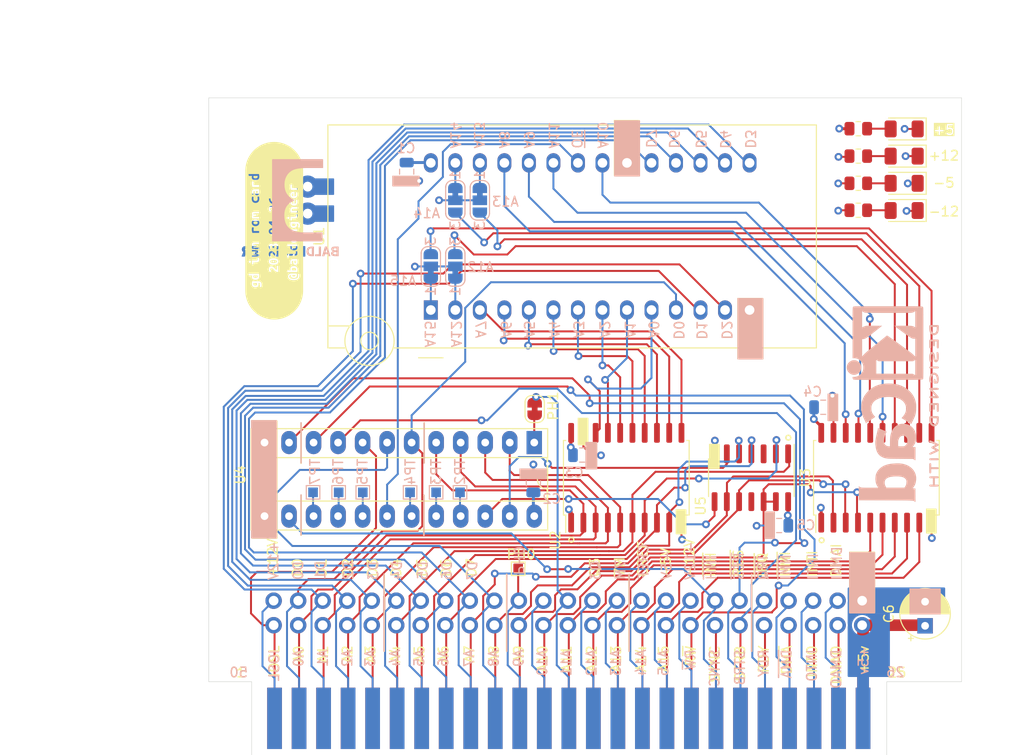
<source format=kicad_pcb>
(kicad_pcb (version 20221018) (generator pcbnew)
  (layers (0 "F.Cu" signal) (1 "In1.Cu" signal) (2 "In2.Cu" signal) (31 "B.Cu" signal) (34 "B.Paste" user) (35 "F.Paste" user) (36 "B.SilkS" user "B.Silkscreen") (37 "F.SilkS" user "F.Silkscreen") (38 "B.Mask" user) (39 "F.Mask" user) (44 "Edge.Cuts" user))
  (net 0 "")
  (net 1 "+5V")
  (net 2 "GND")
  (net 3 "Net-(D1-A)")
  (net 4 "-5V")
  (net 5 "Net-(D2-A)")
  (net 6 "Net-(D3-A)")
  (net 7 "-12V")
  (net 8 "Net-(D4-A)")
  (net 9 "/~{IOSEL}")
  (net 10 "/A0")
  (net 11 "/A1")
  (net 12 "/A2")
  (net 13 "/A3")
  (net 14 "/A4")
  (net 15 "/A5")
  (net 16 "/A6")
  (net 17 "/A7")
  (net 18 "/A8")
  (net 19 "/A9")
  (net 20 "/A10")
  (net 21 "/A11")
  (net 22 "/A12")
  (net 23 "/A13")
  (net 24 "/A14")
  (net 25 "/A15")
  (net 26 "/SYNC")
  (net 27 "/~{IOSTRB}")
  (net 28 "/RDY")
  (net 29 "/~{DMA}")
  (net 30 "/INTOUT")
  (net 31 "/DMAOUT")
  (net 32 "/DMAIN")
  (net 33 "/INTIN")
  (net 34 "/~{NMI}")
  (net 35 "/~{IRQ}")
  (net 36 "/~{INH}")
  (net 37 "/COLORREF")
  (net 38 "/7M")
  (net 39 "/Q3")
  (net 40 "/PHI1")
  (net 41 "/USER1")
  (net 42 "/PHI0")
  (net 43 "/~{DEVSEL}")
  (net 44 "/D7")
  (net 45 "/D6")
  (net 46 "/D5")
  (net 47 "/D4")
  (net 48 "/D3")
  (net 49 "/D2")
  (net 50 "/D1")
  (net 51 "/D0")
  (net 52 "+12V")
  (net 53 "Net-(JP1-B)")
  (net 54 "/BA12")
  (net 55 "/BA7")
  (net 56 "/BA6")
  (net 57 "/BA5")
  (net 58 "/BA4")
  (net 59 "/BA3")
  (net 60 "/BA2")
  (net 61 "/BA1")
  (net 62 "/BA0")
  (net 63 "/BA10")
  (net 64 "/BA11")
  (net 65 "/BA9")
  (net 66 "/BA8")
  (net 67 "/BA13")
  (net 68 "/R{slash}~{W}")
  (net 69 "/~{RESET}")
  (net 70 "/PI_EN")
  (net 71 "/PI_OE")
  (net 72 "/FF1")
  (net 73 "/FF2")
  (net 74 "/C800_EXT")
  (net 75 "/RAMEXEC")
  (net 76 "/BA14")
  (net 77 "/BA15")
  (net 78 "/BBA12")
  (net 79 "/BBA13")
  (net 80 "/BBA14")
  (net 81 "/BBA15")
  (net 82 "/~{ROM_OE}")
  (net 83 "/ROM_EN")
  (net 84 "/ROM_A12")
  (footprint "kibuzzard-644A2244" (layer "F.Cu") (at 86.55 91.8 90)
    (fp_text reference "kibuzzard-644A2244" hide)
    (fp_text value "G***" hide)
  )
  (footprint "Resistor_SMD:R_0805_2012Metric" (layer "F.Cu") (at 147.051 86.888666 180)
    (fp_text reference "R2" hide)
    (fp_text value "1K")
  )
  (footprint "Package_SO:SOIC-20W_7.5x12.8mm_P1.27mm" (layer "F.Cu") (at 148.926 117.387 90)
    (fp_text reference "U3")
    (fp_text value "74HC245")
  )
  (footprint "Resistor_SMD:R_0805_2012Metric" (layer "F.Cu") (at 147.051 89.680334 180)
    (fp_text reference "R4" hide)
    (fp_text value "1K")
  )
  (footprint "Package_SO:SO-14_3.9x8.65mm_P1.27mm" (layer "F.Cu") (at 135.9735 117.387 -90)
    (fp_text reference "U5")
    (fp_text value "74LS21")
  )
  (footprint "Package_DIP:DIP-24_W7.62mm_Socket_LongPads" (layer "F.Cu") (at 113.486 113.742 -90)
    (fp_text reference "U4")
    (fp_text value "GAL20V8")
  )
  (footprint "LED_SMD:LED_1206_3216Metric" (layer "F.Cu") (at 151.801 89.705334 180)
    (fp_text reference "D4" hide)
    (fp_text value "-12v")
  )
  (footprint "My Libraries:AppleII_Bus" (layer "F.Cu") (at 117.066 142.312)
    (fp_text reference "J1" hide)
    (fp_text value "CARD EDGE")
  )
  (footprint "LED_SMD:LED_1206_3216Metric" (layer "F.Cu") (at 151.801 86.888666 180)
    (fp_text reference "D2" hide)
    (fp_text value "-5v")
  )
  (footprint "Resistor_SMD:R_0805_2012Metric" (layer "F.Cu") (at 147.051 81.230334)
    (fp_text reference "R1" hide)
    (fp_text value "1K")
  )
  (footprint "Package_SO:SOIC-20W_7.5x12.8mm_P1.27mm" (layer "F.Cu") (at 123.021 117.387 90)
    (fp_text reference "U2")
    (fp_text value "74HC245")
  )
  (footprint "Capacitor_THT:CP_Radial_D5.0mm_P2.50mm" (layer "F.Cu") (at 153.971 132.725 90)
    (fp_text reference "C6")
    (fp_text value "47u")
  )
  (footprint "LED_SMD:LED_1206_3216Metric" (layer "F.Cu") (at 151.801 81.255334 180)
    (fp_text reference "D1" hide)
    (fp_text value "5v")
  )
  (footprint "LED_SMD:LED_1206_3216Metric" (layer "F.Cu") (at 151.801 84.072 180)
    (fp_text reference "D3" hide)
    (fp_text value "+12v")
  )
  (footprint "TestPoint:TestPoint_Pad_1.0x1.0mm" (layer "F.Cu") (at 111.821 126.812)
    (fp_text reference "TP1" hide)
    (fp_text value "PH0")
  )
  (footprint "My Libraries:PinSocket_2x25_P2.54mm_Vertical_CCW_Mirrored_NoSilk" (layer "F.Cu") (at 86.491 130.122 90)
    (fp_text reference "J2" hide)
    (fp_text value "HEADER BLOCK")
  )
  (footprint "Socket:DIP_Socket-28_W11.9_W12.7_W15.24_W17.78_W18.5_3M_228-1277-00-0602J" (layer "F.Cu") (at 102.771 100.012 90)
    (fp_text reference "U1")
    (fp_text value "27C512")
  )
  (footprint "Resistor_SMD:R_0805_2012Metric" (layer "F.Cu") (at 147.051 84.072)
    (fp_text reference "R3" hide)
    (fp_text value "1K")
  )
  (footprint "Jumper:SolderJumper-2_P1.3mm_Bridged_RoundedPad1.0x1.5mm" (layer "F.Cu") (at 113.531 110.267 -90)
    (fp_text reference "JP1" hide)
    (fp_text value "PH")
  )
  (footprint "TestPoint:TestPoint_Pad_1.0x1.0mm" (layer "B.Cu") (at 100.625 118.9 -90)
    (fp_text reference "TP4")
    (fp_text value "PH0")
  )
  (footprint "Capacitor_SMD:C_0805_2012Metric" (layer "B.Cu") (at 118.446 115.037)
    (fp_text reference "C3")
    (fp_text value "1uF")
  )
  (footprint "My Libraries:BE10v2" (layer "B.Cu") (at 93.225 84.45 180)
    (fp_text reference "svg2mod" hide)
    (fp_text value "G***" hide)
  )
  (footprint "Capacitor_SMD:C_0805_2012Metric" (layer "B.Cu") (at 113.396 117.962 90)
    (fp_text reference "C2")
    (fp_text value "1uF")
  )
  (footprint "Capacitor_SMD:C_0805_2012Metric" (layer "B.Cu") (at 138.851 122.337 180)
    (fp_text reference "C5")
    (fp_text value "1uF")
  )
  (footprint "TestPoint:TestPoint_Pad_1.0x1.0mm" (layer "B.Cu") (at 103.321 118.9 180)
    (fp_text reference "TP3")
    (fp_text value "IO20")
  )
  (footprint "Jumper:SolderJumper-3_P1.3mm_Bridged12_RoundedPad1.0x1.5mm_NumberLabels" (layer "B.Cu") (at 105.311 95.497 90)
    (fp_text reference "JP2" hide)
    (fp_text value "SolderJumper_3_Bridged12")
  )
  (footprint "TestPoint:TestPoint_Pad_1.0x1.0mm" (layer "B.Cu") (at 95.725 118.9 -90)
    (fp_text reference "TP5")
    (fp_text value "PH0")
  )
  (footprint "TestPoint:TestPoint_Pad_1.0x1.0mm" (layer "B.Cu") (at 93.225 118.9 -90)
    (fp_text reference "TP6")
    (fp_text value "PH0")
  )
  (footprint "Jumper:SolderJumper-3_P1.3mm_Bridged12_RoundedPad1.0x1.5mm_NumberLabels" (layer "B.Cu") (at 102.771 95.497 90)
    (fp_text reference "JP5" hide)
    (fp_text value "SolderJumper_3_Bridged12")
  )
  (footprint "Capacitor_SMD:C_0805_2012Metric" (layer "B.Cu") (at 143.421 110.087)
    (fp_text reference "C4")
    (fp_text value "1uF")
  )
  (footprint "Jumper:SolderJumper-3_P1.3mm_Bridged12_RoundedPad1.0x1.5mm_NumberLabels" (layer "B.Cu") (at 107.851 88.647 -90)
    (fp_text reference "JP3" hide)
    (fp_text value "SolderJumper_3_Bridged12")
  )
  (footprint "Jumper:SolderJumper-3_P1.3mm_Bridged12_RoundedPad1.0x1.5mm_NumberLabels" (layer "B.Cu") (at 105.311 88.647 -90)
    (fp_text reference "JP4" hide)
    (fp_text value "SolderJumper_3_Bridged12")
  )
  (footprint "TestPoint:TestPoint_Pad_1.0x1.0mm" (layer "B.Cu") (at 105.796 118.9 180)
    (fp_text reference "TP2")
    (fp_text value "IO21")
  )
  (footprint "Symbol:KiCad-Logo2_8mm_SilkScreen" (layer "B.Cu") (at 149.8 109.75 -90)
    (fp_text reference "REF**" hide)
    (fp_text value "KiCad-Logo2_8mm_SilkScreen" hide)
  )
  (footprint "TestPoint:TestPoint_Pad_1.0x1.0mm" (layer "B.Cu") (at 90.575 118.9 -90)
    (fp_text reference "TP7")
    (fp_text value "PH0")
  )
  (footprint "Capacitor_SMD:C_0805_2012Metric" (layer "B.Cu") (at 100.271 85.687 -90)
    (fp_text reference "C1")
    (fp_text value "1uF")
  )
  (gr_line (start 102.056 123.342) (end 102.056 119.192) (stroke (width 0.15)) (layer "B.SilkS"))
  (gr_rect (start 118.85625 113.75) (end 119.94375 116.45) (stroke (width 0.15)) (fill solid) (layer "B.SilkS"))
  (gr_rect (start 143.9375 108.75) (end 144.9 111.45) (stroke (width 0.15)) (fill solid) (layer "B.SilkS"))
  (gr_line (start 97.921 135.3595) (end 97.921 127.3845) (stroke (width 0.15)) (layer "B.SilkS"))
  (gr_rect (start 112.025 116.5) (end 114.725 117.4625) (stroke (width 0.15)) (fill solid) (layer "B.SilkS"))
  (gr_rect (start 137.3875 120.95) (end 138.35 123.65) (stroke (width 0.15)) (fill solid) (layer "B.SilkS"))
  (gr_line (start 89.331 115.842) (end 89.331 111.692) (stroke (width 0.15)) (layer "B.SilkS"))
  (gr_rect (start 121.825 80.4375) (end 124.375 86.1125) (stroke (width 0.15)) (fill solid) (layer "B.SilkS"))
  (gr_rect (start 84.225 111.4875) (end 86.775 123.6125) (stroke (width 0.15)) (fill solid) (layer "B.SilkS"))
  (gr_rect (start 98.85 86.175) (end 101.55 87.1375) (stroke (width 0.15)) (fill solid) (layer "B.SilkS"))
  (gr_line (start 89.331 123.317) (end 89.331 119.167) (stroke (width 0.15)) (layer "B.SilkS"))
  (gr_line (start 135.996 135.3595) (end 135.996 127.3845) (stroke (width 0.15)) (layer "B.SilkS"))
  (gr_line (start 110.646 135.3595) (end 110.646 127.3845) (stroke (width 0.15)) (layer "B.SilkS"))
  (gr_line (start 102.081 115.867) (end 102.081 111.717) (stroke (width 0.15)) (layer "B.SilkS"))
  (gr_rect (start 146.175 125.15) (end 148.725 131.375) (stroke (width 0.15)) (fill solid) (layer "B.SilkS"))
  (gr_rect (start 152.425 128.925) (end 155.525 131.475) (stroke (width 0.15)) (fill solid) (layer "B.SilkS"))
  (gr_rect (start 134.6 98.8375) (end 137.15 105.0625) (stroke (width 0.15)) (fill solid) (layer "B.SilkS"))
  (gr_line (start 123.321 135.3595) (end 123.321 127.3845) (stroke (width 0.15)) (layer "B.SilkS"))
  (gr_line (start 123.296 127.3845) (end 123.296 135.3595) (stroke (width 0.15)) (layer "F.SilkS"))
  (gr_rect (start 134.6 98.8375) (end 137.15 105.0625) (stroke (width 0.15)) (fill solid) (layer "F.SilkS"))
  (gr_line (start 102.056 119.192) (end 102.056 123.342) (stroke (width 0.15)) (layer "F.SilkS"))
  (gr_line (start 136.021 127.3845) (end 136.021 135.3595) (stroke (width 0.15)) (layer "F.SilkS"))
  (gr_line (start 110.621 127.3845) (end 110.621 135.3595) (stroke (width 0.15)) (layer "F.SilkS"))
  (gr_rect (start 154.1375 120.65) (end 155.1 123.1) (stroke (width 0.15)) (fill solid) (layer "F.SilkS"))
  (gr_circle (center 139.801 113.237) (end 139.976 113.412) (stroke (width 0.15)) (fill none) (layer "F.SilkS"))
  (gr_rect (start 146.175 125.1125) (end 148.725 131.3375) (stroke (width 0.15)) (fill solid) (layer "F.SilkS"))
  (gr_rect (start 118.0625 111.25) (end 119.025 113.95) (stroke (width 0.15)) (fill solid) (layer "F.SilkS"))
  (gr_line (start 102.081 111.692) (end 102.081 115.842) (stroke (width 0.15)) (layer "F.SilkS"))
  (gr_line (start 89.331 111.742) (end 89.331 115.892) (stroke (width 0.15)) (layer "F.SilkS"))
  (gr_rect (start 128.2125 120.725) (end 129.175 123.175) (stroke (width 0.15)) (fill solid) (layer "F.SilkS"))
  (gr_rect (start 121.8 80.4) (end 124.35 86.075) (stroke (width 0.15)) (fill solid) (layer "F.SilkS"))
  (gr_line (start 89.331 119.192) (end 89.331 123.342) (stroke (width 0.15)) (layer "F.SilkS"))
  (gr_rect (start 84.275 111.5125) (end 86.825 123.6375) (stroke (width 0.15)) (fill solid) (layer "F.SilkS"))
  (gr_circle (center 143.253513 123.862) (end 143.428513 124.037) (stroke (width 0.15)) (fill none) (layer "F.SilkS"))
  (gr_rect (start 131.6625 113.95) (end 132.625 116.4) (stroke (width 0.15)) (fill solid) (layer "F.SilkS"))
  (gr_circle (center 117.328513 123.812) (end 117.503513 123.987) (stroke (width 0.15)) (fill none) (layer "F.SilkS"))
  (gr_line (start 97.946 127.3845) (end 97.946 135.3595) (stroke (width 0.15)) (layer "F.SilkS"))
  (gr_line (start 79.771 78.037) (end 79.771 138.512) (stroke (width 0.05)) (layer "Edge.Cuts"))
  (gr_line (start 149.999 146.132) (end 149.999 138.512) (stroke (width 0.05)) (layer "Edge.Cuts"))
  (gr_line (start 84.213 146.132) (end 84.213 138.512) (stroke (width 0.05)) (layer "Edge.Cuts"))
  (gr_line (start 157.746 78.037) (end 79.771 78.037) (stroke (width 0.05)) (layer "Edge.Cuts"))
  (gr_line (start 149.999 138.512) (end 157.746 138.512) (stroke (width 0.05)) (layer "Edge.Cuts"))
  (gr_line (start 84.213 146.132) (end 149.999 146.132) (stroke (width 0.05)) (layer "Edge.Cuts"))
  (gr_line (start 157.746 138.512) (end 157.746 78.037) (stroke (width 0.05)) (layer "Edge.Cuts"))
  (gr_line (start 84.213 138.512) (end 79.771 138.512) (stroke (width 0.05)) (layer "Edge.Cuts"))
  (gr_text "D4" (at 132.675 83.4 270) (layer "B.SilkS") (effects (font (size 1 1)) (justify left bottom mirror)))
  (gr_text "~{INH}" (at 132.425 125.303572 90) (layer "B.SilkS") (effects (font (size 1 1)) (justify left bottom mirror)))
  (gr_text "A7" (at 107.325 135.075 90) (layer "B.SilkS") (effects (font (size 1 1)) (justify left bottom mirror)))
  (gr_text "A10" (at 119.975 83.375 270) (layer "B.SilkS") (effects (font (size 1 1)) (justify left bottom mirror)))
  (gr_text "A12" (at 104.8 103.975 270) (layer "B.SilkS") (effects (font (size 1 1)) (justify left bottom mirror)))
  (gr_text "D3" (at 135.275 83.375 270) (layer "B.SilkS") (effects (font (size 1 1)) (justify left bottom mirror)))
  (gr_text "-12V" (at 130.225 123.875 90) (layer "B.SilkS") (effects (font (size 1 1)) (justify left bottom mirror)))
  (gr_text "A15" (at 102.075 103.975 -90) (layer "B.SilkS") (effects (font (size 1 1)) (justify left bottom mirror)))
  (gr_text "D2" (at 94.825 125.922619 90) (layer "B.SilkS") (effects (font (size 1 1)) (justify left bottom mirror)))
  (gr_text "A4" (at 99.65 135.075 90) (layer "B.SilkS") (effects (font (size 1 1)) (justify left bottom mirror)))
  (gr_text "A3" (at 117.475 103.022619 270) (layer "B.SilkS") (effects (font (size 1 1)) (justify left bottom mirror)))
  (gr_text "A15" (at 101.375 97.575) (layer "B.SilkS") (effects (font (size 1 1)) (justify left bottom mirror)))
  (gr_text "A1" (at 122.8 103.022619 270) (layer "B.SilkS") (effects (font (size 1 1)) (justify left bottom mirror)))
  (gr_text "D0" (at 89.625 125.922619 90) (layer "B.SilkS") (effects (font (size 1 1)) (justify left bottom mirror)))
  (gr_text "A3" (at 97.075 135.075 90) (layer "B.SilkS") (effects (font (size 1 1)) (justify left bottom mirror)))
  (gr_text "A15" (at 127.45 135.075 90) (layer "B.SilkS") (effects (font (size 1 1)) (justify left bottom mirror)))
  (gr_text "R~{W}" (at 130.25 135.075 90) (layer "B.SilkS") (effects (font (size 1 1)) (justify left bottom mirror)))
  (gr_text "D6" (at 127.375 83.375 270) (layer "B.SilkS") (effects (font (size 1 1)) (justify left bottom mirror)))
  (gr_text "~{OE}" (at 117.3 83.375 270) (layer "B.SilkS") (effects (font (size 1 1)) (justify left bottom mirror)))
  (gr_text "CREF" (at 125.4 124.113095 90) (layer "B.SilkS") (effects (font (size 1 1)) (justify left bottom mirror)))
  (gr_text "A9" (at 112.35 83.375 270) (layer "B.SilkS") (effects (font (size 1 1)) (justify left bottom mirror)))
  (gr_text "A9" (at 112.45 135.075 90) (layer "B.SilkS") (effects (font (size 1 1)) (justify left bottom mirror)))
  (gr_text "26" (at 151.946 138.112) (layer "B.SilkS") (effects (font (size 1 1)) (justify left bottom mirror)))
  (gr_text "RDY" (at 137.825 135.075 90) (layer "B.SilkS") (effects (font (size 1 1)) (justify left bottom mirror)))
  (gr_text "D4" (at 99.85 125.922619 90) (layer "B.SilkS") (effects (font (size 1 1)) (justify left bottom mirror)))
  (gr_text "INTI" (at 142.946 125.113096 90) (layer "B.SilkS") (effects (font (size 1 1)) (justify left bottom mirror)))
  (gr_text "A13" (at 122.525 135.075 90) (layer "B.SilkS") (effects (font (size 1 1)) (justify left bottom mirror)))
  (gr_text "A1" (at 92.175 135.075 90) (layer "B.SilkS") (effects (font (size 1 1)) (justify left bottom mirror)))
  (gr_text "A2" (at 94.7 135.075 90) (layer "B.SilkS") (effects (font (size 1 1)) (justify left bottom mirror)))
  (gr_text "D0" (at 127.85 103.165476 270) (layer "B.SilkS") (effects (font (size 1 1)) (justify left bottom mirror)))
  (gr_text "D7" (at 125 83.325 270) (layer "B.SilkS") (effects (font (size 1 1)) (justify left bottom mirror)))
  (gr_text "7M" (at 123 125.779762 90) (layer "B.SilkS") (effects (font (size 1 1)) (justify left bottom mirror)))
  (gr_text "D5" (at 130.15 83.375 270) (layer "B.SilkS") (effects (font (size 1 1)) (justify left bottom mirror)))
  (gr_text "INTO" (at 142.825 135.075 90) (layer "B.SilkS") (effects (font (size 1 1)) (justify left bottom mirror)))
  (gr_text "A13" (at 107.175 83.375 270) (layer "B.SilkS") (effects (font (size 1 1)) (justify left bottom mirror)))
  (gr_text "SYNC" (at 132.75 135.075 90) (layer "B.SilkS") (effects (font (size 1 1)) (justify left bottom mirror)))
  (gr_text "IOSL" (at 87.125 135.075 90) (layer "B.SilkS") (effects (font (size 1 1)) (justify left bottom mirror)))
  (gr_text "PH0" (at 111.3 127.575 -90) (layer "B.SilkS") (effects (font (size 1 1)) (justify left bottom mirror)))
  (gr_text "A12" (at 109.4 96.15) (layer "B.SilkS") (effects (font (size 1 1)) (justify left bottom mirror)))
  (gr_text "A13" (at 111.975 89.375) (layer "B.SilkS") (effects (font (size 1 1)) (justify left bottom mirror)))
  (gr_text "50" (at 83.921 138.137) (layer "B.SilkS") (effects (font (size 1 1)) (justify left bottom mirror)))
  (gr_text "+12V" (at 87.05 123.875 90) (layer "B.SilkS") (effects (font (size 1 1)) (justify left bottom mirror)))
  (gr_text "A7" (at 107.325 103.022619 270) (layer "B.SilkS") (effects (font (size 1 1)) (justify left bottom mirror)))
  (gr_text "A0" (at 125.25 103.022619 270) (layer "B.SilkS") (effects (font (size 1 1)) (justify left bottom mirror)))
  (gr_text "A0" (at 89.65 135.075 90) (layer "B.SilkS") (effects (font (size 1 1)) (justify left bottom mirror)))
  (gr_text "~{NMI}" (at 140.125 125.208334 90) (layer "B.SilkS") (effects (font (size 1 1)) (justify left bottom mirror)))
  (gr_text "A5" (at 102.15 135.075 90) (layer "B.SilkS") (effects (font (size 1 1)) (justify left bottom mirror)))
  (gr_text "DMAI" (at 145.425 124.39881 90) (layer "B.SilkS") (effects (font (size 1 1)) (justify left bottom mirror)))
  (gr_text "D2" (at 132.825 103.165476 270) (layer "B.SilkS") (effects (font (size 1 1)) (justify left bottom mirror)))
  (gr_text "A6" (at 109.95 103.022619 270) (layer "B.SilkS") (effects (font (size 1 1)) (justify left bottom mirror)))
  (gr_text "A5" (at 112.35 103.022619 270) (layer "B.SilkS") (effects (font (size 1 1)) (justify left bottom mirror)))
  (gr_text "A6" (at 104.65 135.075 90) (layer "B.SilkS") (effects (font (size 1 1)) (justify left bottom mirror)))
  (gr_text "A10" (at 114.9 135.075 90) (layer "B.SilkS") (effects (font (size 1 1)) (justify left bottom mirror)))
  (gr_text "Q3" (at 120.425 125.875 90) (layer "B.SilkS") (effects (font (size 1 1)) (justify left bottom mirror)))
  (gr_text "A2" (at 120.175 103.022619 270) (layer "B.SilkS") (effects (font (size 1 1)) (justify left bottom mirror)))
  (gr_text "D7" (at 107.65 125.922619 90) (layer "B.SilkS") (effects (font (size 1 1)) (justify left bottom mirror)))
  (gr_text "A8" (at 109.775 83.375 270) (layer "B.SilkS") (effects (font (size 1 1)) (justify left bottom mirror)))
  (gr_text "STRB" (at 135.371 135.075 90) (layer "B.SilkS") (effects (font (size 1 1)) (justify left bottom mirror)))
  (gr_text "D3" (at 97.4 125.922619 90) (layer "B.SilkS") (effects (font (size 1 1)) (justify left bottom mirror)))
  (gr_text "A14" (at 125.125 135.075 90) (layer "B.SilkS") (effects (font (size 1 1)) (justify left bottom mirror)))
  (gr_text "DMAO" (at 145.35 135.075 90) (layer "B.SilkS") (effects (font (size 1 1)) (justify left bottom mirror)))
  (gr_text "~{DMA}" (at 140.2 135.075 90) (layer "B.SilkS") (effects (font (size 1 1)) (justify left bottom mirror)))
  (gr_text "D1" (at 130.225 103.165476 270) (layer "B.SilkS") (effects (font (size 1 1)) (justify left bottom mirror)))
  (gr_text "A12" (at 120 135.075 90) (layer "B.SilkS") (effects (font (size 1 1)) (justify left bottom mirror)))
  (gr_text "A11" (at 114.925 83.375 270) (layer "B.SilkS") (effects (font (size 1 1)) (justify left bottom mirror)))
  (gr_text "~{RES}" (at 135.275 125.017857 90) (layer "B.SilkS") (effects (font (size 1 1)) (justify left bottom mirror)))
  (gr_text "D5" (at 102.525 125.922619 90) (layer "B.SilkS") (effects (font (size 1 1)) (justify left bottom mirror)))
  (gr_text "-5V" (at 127.775 124.827381 90) (layer "B.SilkS") (effects (font (size 1 1)) (justify left bottom mirror)))
  (gr_text "A14" (at 104.725 83.375 270) (layer "B.SilkS") (effects (font (size 1 1)) (justify left bottom mirror)))
  (gr_text "A8" (at 109.875 135.075 90) (layer "B.SilkS") (effects (font (size 1 1)) (justify left bottom mirror)))
  (gr_text "~{IRQ}" (at 137.75 125.351191 90) (layer "B.SilkS") (effects (font (size 1 1)) (justify left bottom mirror)))
  (gr_text "A11" (at 117.4 135.075 90) (layer "B.SilkS") (effects (font (size 1 1)) (justify left bottom mirror)))
  (gr_text "A14" (at 103.825 90.575) (layer "B.SilkS") (effects (font (size 1 1)) (justify left bottom mirror)))
  (gr_text "D6" (at 105.025 125.922619 90) (layer "B.SilkS") (effects (font (size 1 1)) (justify left bottom mirror)))
  (gr_text "D1	" (at 91.925 125.9 90) (layer "B.SilkS") (effects (font (size 1 1)) (justify left bottom mirror)))
  (gr_text "A4" (at 114.925 103.022619 270) (layer "B.SilkS") (effects (font (size 1 1)) (justify left bottom mirror)))
  (gr_text "+5v" (at 148.175 134.75 90) (layer "B.SilkS") (effects (font (size 1 1)) (justify left bottom mirror)))
  (gr_text "+12" (at 154.24981 84.6095) (layer "F.SilkS") (effects (font (size 1 1)) (justify left bottom)))
  (gr_text "A14" (at 125.15 137.623905 90) (layer "F.SilkS") (effects (font (size 1 1)) (justify left bottom)))
  (gr_text "SYNC" (at 132.775 138.719143 90) (layer "F.SilkS") (effects (font (size 1 1)) (justify left bottom)))
  (gr_text "~{DMA}" (at 140.225 137.862 90) (layer "F.SilkS") (effects (font (size 1 1)) (justify left bottom)))
  (gr_text "25" (at 150.021 138.162) (layer "F.SilkS") (effects (font (size 1 1)) (justify left bottom)))
  (gr_text "D6" (at 104.95 127.775 90) (layer "F.SilkS") (effects (font (size 1 1)) (justify left bottom)))
  (gr_text "IOSL" (at 87.15 138.147714 90) (layer "F.SilkS") (effects (font (size 1 1)) (justify left bottom)))
  (gr_text "~{NMI}" (at 140.05 127.775 90) (layer "F.SilkS") (effects (font (size 1 1)) (justify left bottom)))
  (gr_text "A4" (at 99.675 136.671524 90) (layer "F.SilkS") (effects (font (size 1 1)) (justify left bottom)))
  (gr_text "-5" (at 154.726 87.422) (layer "F.SilkS") (effects (font (size 1 1)) (justify left bottom)))
  (gr_text "1" (at 82.521 138.137) (layer "F.SilkS") (effects (font (size 1 1)) (justify left bottom)))
  (gr_text "+5v" (at 148.2 137.814381 90) (layer "F.SilkS") (effects (font (size 1 1)) (justify left bottom)))
  (gr_text "A2" (at 94.725 136.671524 90) (layer "F.SilkS") (effects (font (size 1 1)) (justify left bottom)))
  (gr_text "+12V" (at 86.975 127.775 90) (layer "F.SilkS") (effects (font (size 1 1)) (justify left bottom)))
  (gr_text "A15" (at 127.475 137.623905 90) (layer "F.SilkS") (effects (font (size 1 1)) (justify left bottom)))
  (gr_text "D5" (at 102.45 127.775 90) (layer "F.SilkS") (effects (font (size 1 1)) (justify left bottom)))
  (gr_text "INTO" (at 142.85 138.195333 90) (layer "F.SilkS") (effects (font (size 1 1)) (justify left bottom)))
  (gr_text "+5" (at 154.726 81.942834) (layer "F.SilkS" knockout) (effects (font (size 1 1)) (justify left bottom)))
  (gr_text "RDY" (at 137.85 137.719143 90) (layer "F.SilkS") (effects (font (size 1 1)) (justify left bottom)))
  (gr_text "A11" (at 117.425 137.623905 90) (layer "F.SilkS") (effects (font (size 1 1)) (justify left bottom)))
  (gr_text "-12" (at 154.24981 90.392834) (layer "F.SilkS") (effects (font (size 1 1)) (justify left bottom)))
  (gr_text "~{RES}" (at 135.2 127.775 90) (layer "F.SilkS") (effects (font (size 1 1)) (justify left bottom)))
  (gr_text "A12" (at 120.025 137.623905 90) (layer "F.SilkS") (effects (font (size 1 1)) (justify left bottom)))
  (gr_text "A1" (at 92.2 136.671524 90) (layer "F.SilkS") (effects (font (size 1 1)) (justify left bottom)))
  (gr_text "A6" (at 104.675 136.671524 90) (layer "F.SilkS") (effects (font (size 1 1)) (justify left bottom)))
  (gr_text "DMAO" (at 145.375 138.909619 90) (layer "F.SilkS") (effects (font (size 1 1)) (justify left bottom)))
  (gr_text "A3" (at 97.1 136.671524 90) (layer "F.SilkS") (effects (font (size 1 1)) (justify left bottom)))
  (gr_text "Q3" (at 120.35 127.775 90) (layer "F.SilkS") (effects (font (size 1 1)) (justify left bottom)))
  (gr_text "R~{W}" (at 130.275 137.004857 90) (layer "F.SilkS") (effects (font (size 1 1)) (justify left bottom)))
  (gr_text "D3" (at 97.325 127.775 90) (layer "F.SilkS") (effects (font (size 1 1)) (justify left bottom)))
  (gr_text "D1	" (at 92.05 127.775 90) (layer "F.SilkS") (effects (font (size 1 1)) (justify left bottom)))
  (gr_text "INTI" (at 142.871 127.775 90) (layer "F.SilkS") (effects (font (size 1 1)) (justify left bottom)))
  (gr_text "A0" (at 89.675 136.671524 90) (layer "F.SilkS") (effects (font (size 1 1)) (justify left bottom)))
  (gr_text "-12V" (at 130.15 127.775 90) (layer "F.SilkS") (effects (font (size 1 1)) (justify left bottom)))
  (gr_text "CREF" (at 125.325 127.775 90) (layer "F.SilkS") (effects (font (size 1 1)) (justify left bottom)))
  (gr_text "7M" (at 122.925 127.775 90) (layer "F.SilkS") (effects (font (size 1 1)) (justify left bottom)))
  (gr_text "A9" (at 112.475 136.671524 90) (layer "F.SilkS") (effects (font (size 1 1)) (justify left bottom)))
  (gr_text "DMAI" (at 145.35 127.775 90) (layer "F.SilkS") (effects (font (size 1 1)) (justify left bottom)))
  (gr_text "-5V" (at 127.7 127.775 90) (layer "F.SilkS") (effects (font (size 1 1)) (justify left bottom)))
  (gr_text "D4" (at 99.775 127.775 90) (layer "F.SilkS") (effects (font (size 1 1)) (justify left bottom)))
  (gr_text "A8" (at 109.9 136.671524 90) (layer "F.SilkS") (effects (font (size 1 1)) (justify left bottom)))
  (gr_text "A13" (at 122.55 137.623905 90) (layer "F.SilkS") (effects (font (size 1 1)) (justify left bottom)))
  (gr_text "PH1" (at 116.025 111.55 90) (layer "F.SilkS") (effects (font (size 1 1)) (justify left bottom)))
  (gr_text "D0" (at 89.55 127.775 90) (layer "F.SilkS") (effects (font (size 1 1)) (justify left bottom)))
  (gr_text "~{INH}" (at 132.35 127.775 90) (layer "F.SilkS") (effects (font (size 1 1)) (justify left bottom)))
  (gr_text "D2" (at 94.75 127.775 90) (layer "F.SilkS") (effects (font (size 1 1)) (justify left bottom)))
  (gr_text "A7" (at 107.35 136.671524 90) (layer "F.SilkS") (effects (font (size 1 1)) (justify left bottom)))
  (gr_text "A10" (at 114.925 137.623905 90) (layer "F.SilkS") (effects (font (size 1 1)) (justify left bottom)))
  (gr_text "D7" (at 107.575 127.775 90) (layer "F.SilkS") (effects (font (size 1 1)) (justify left bottom)))
  (gr_text "PH0" (at 110.525 125.9) (layer "F.SilkS") (effects (font (size 1 1)) (justify left bottom)))
  (gr_text "~{IRQ}" (at 137.675 127.775 90) (layer "F.SilkS") (effects (font (size 1 1)) (justify left bottom)))
  (gr_text "STRB" (at 135.396 138.576286 90) (layer "F.SilkS") (effects (font (size 1 1)) (justify left bottom)))
  (gr_text "A5" (at 102.175 136.671524 90) (layer "F.SilkS") (effects (font (size 1 1)) (justify left bottom)))
  (segment (start 143.211 112.077) (end 142.446 111.312) (width 0.3048) (layer "F.Cu") (net 1))
  (segment (start 117.306 120.897) (end 117.071 120.662) (width 0.3048) (layer "F.Cu") (net 1))
  (segment (start 147.451 132.662) (end 153.721 132.662) (width 1.2) (layer "F.Cu") (net 1))
  (segment (start 139.7835 121.2495) (end 139.746 121.287) (width 0.3048) (layer "F.Cu") (net 1))
  (segment (start 117.271 114.237) (end 117.271 112.772) (width 0.3048) (layer "F.Cu") (net 1))
  (segment (start 117.306 122.037) (end 117.306 120.897) (width 0.3048) (layer "F.Cu") (net 1))
  (segment (start 145.084334 81.230334) (end 145.076 81.222) (width 0.3048) (layer "F.Cu") (net 1))
  (segment (start 146.1385 81.230334) (end 145.084334 81.230334) (width 0.3048) (layer "F.Cu") (net 1))
  (segment (start 143.211 122.037) (end 143.211 120.527) (width 0.3048) (layer "F.Cu") (net 1))
  (segment (start 139.7835 119.862) (end 139.7835 121.2495) (width 0.3048) (layer "F.Cu") (net 1))
  (segment (start 143.211 120.527) (end 143.171 120.487) (width 0.3048) (layer "F.Cu") (net 1))
  (segment (start 147.546 142.312) (end 147.546 132.757) (width 1.2192) (layer "F.Cu") (net 1))
  (via (at 117.271 114.237) (size 0.8) (drill 0.4) (layers "F.Cu" "B.Cu") (net 1))
  (via (at 139.746 121.287) (size 0.8) (drill 0.4) (layers "F.Cu" "B.Cu") (net 1))
  (via (at 142.446 111.312) (size 0.8) (drill 0.4) (layers "F.Cu" "B.Cu") (net 1))
  (via (at 143.171 120.487) (size 0.8) (drill 0.4) (layers "F.Cu" "B.Cu") (net 1))
  (via (at 145.076 81.222) (size 0.8) (drill 0.4) (layers "F.Cu" "B.Cu") (net 1))
  (via (at 117.071 120.662) (size 0.8) (drill 0.4) (layers "F.Cu" "B.Cu") (net 1))
  (segment (start 142.446 111.312) (end 142.446 110.112) (width 0.3048) (layer "B.Cu") (net 1))
  (segment (start 117.496 115.037) (end 117.496 114.462) (width 0.3048) (layer "B.Cu") (net 1))
  (segment (start 113.396 118.912) (end 113.396 121.272) (width 0.3048) (layer "B.Cu") (net 1))
  (segment (start 100.271 84.737) (end 102.736 84.737) (width 0.3048) (layer "B.Cu") (net 1))
  (segment (start 139.746 121.287) (end 139.746 122.282) (width 0.3048) (layer "B.Cu") (net 1))
  (segment (start 117.496 114.462) (end 117.271 114.237) (width 0.3048) (layer "B.Cu") (net 1))
  (segment (start 153.201 81.255334) (end 151.859334 81.255334) (width 0.2032) (layer "F.Cu") (net 2))
  (segment (start 151.859334 81.255334) (end 151.851 81.247) (width 0.2032) (layer "F.Cu") (net 2))
  (segment (start 118.576 114.167) (end 119.496 115.087) (width 0.2032) (layer "F.Cu") (net 2))
  (segment (start 132.1635 114.912) (end 132.1635 113.5695) (width 0.2032) (layer "F.Cu") (net 2))
  (segment (start 154.641 122.037) (end 154.641 123.607) (width 0.2032) (layer "F.Cu") (net 2))
  (segment (start 128.736 123.727) (end 128.796 123.787) (width 0.2032) (layer "F.Cu") (net 2))
  (segment (start 144.481 112.737) (end 144.481 108.997) (width 0.2032) (layer "F.Cu") (net 2))
  (segment (start 144.984334 86.888666) (end 144.976 86.897) (width 0.2032) (layer "F.Cu") (net 2))
  (segment (start 146.1385 86.888666) (end 144.984334 86.888666) (width 0.2032) (layer "F.Cu") (net 2))
  (segment (start 153.201 84.072) (end 151.951 84.072) (width 0.2032) (layer "F.Cu") (net 2))
  (segment (start 118.576 112.737) (end 118.576 114.167) (width 0.2032) (layer "F.Cu") (net 2))
  (segment (start 119.496 115.087) (end 119.521 115.062) (width 0.2032) (layer "F.Cu") (net 2))
  (segment (start 128.736 122.037) (end 128.736 123.727) (width 0.2032) (layer "F.Cu") (net 2))
  (segment (start 132.1635 113.5695) (end 132.196 113.537) (width 0.2032) (layer "F.Cu") (net 2))
  (segment (start 144.481 108.997) (end 144.371 108.887) (width 0.2032) (layer "F.Cu") (net 2))
  (segment (start 154.641 123.607) (end 154.671 123.637) (width 0.2032) (layer "F.Cu") (net 2))
  (segment (start 146.1385 89.680334) (end 145.017666 89.680334) (width 0.2032) (layer "F.Cu") (net 2))
  (segment (start 119.521 115.062) (end 120.396 115.062) (width 0.2032) (layer "F.Cu") (net 2))
  (segment (start 145.017666 89.680334) (end 144.976 89.722) (width 0.2032) (layer "F.Cu") (net 2))
  (via (at 151.951 84.072) (size 0.8) (drill 0.4) (layers "F.Cu" "B.Cu") (net 2))
  (via (at 103.624936 88.640936) (size 0.8) (drill 0.4) (layers "F.Cu" "B.Cu") (net 2))
  (via (at 113.396 116.012) (size 0.8) (drill 0.4) (layers "F.Cu" "B.Cu") (net 2))
  (via (at 144.976 86.897) (size 0.8) (drill 0.4) (layers "F.Cu" "B.Cu") (net 2))
  (via (at 144.976 89.722) (size 0.8) (drill 0.4) (layers "F.Cu" "B.Cu") (net 2))
  (via (at 132.196 113.537) (size 0.8) (drill 0.4) (layers "F.Cu" "B.Cu") (net 2))
  (via (at 136.521 122.362) (size 0.8) (drill 0.4) (layers "F.Cu" "B.Cu") (net 2))
  (via (at 151.851 81.247) (size 0.8) (drill 0.4) (layers "F.Cu" "B.Cu") (net 2))
  (via (at 154.671 123.637) (size 0.8) (drill 0.4) (layers "F.Cu" "B.Cu") (net 2))
  (via (at 120.396 115.062) (size 0.8) (drill 0.4) (layers "F.Cu" "B.Cu") (net 2))
  (via (at 101.121 95.512) (size 0.8) (drill 0.4) (layers "F.Cu" "B.Cu") (net 2))
  (via (at 144.371 108.887) (size 0.8) (drill 0.4) (layers "F.Cu" "B.Cu") (net 2))
  (via (at 101.571 86.637) (size 0.8) (drill 0.4) (layers "F.Cu" "B.Cu") (net 2))
  (via (at 128.796 123.787) (size 0.8) (drill 0.4) (layers "F.Cu" "B.Cu") (net 2))
  (segment (start 102.771 95.497) (end 101.136 95.497) (width 0.2032) (layer "B.Cu") (net 2))
  (segment (start 101.136 95.497) (end 101.121 95.512) (width 0.2032) (layer "B.Cu") (net 2))
  (segment (start 120.371 115.037) (end 120.396 115.062) (width 0.2032) (layer "B.Cu") (net 2))
  (segment (start 113.396 117.012) (end 113.396 116.012) (width 0.2032) (layer "B.Cu") (net 2))
  (segment (start 136.546 122.337) (end 136.521 122.362) (width 0.2032) (layer "B.Cu") (net 2))
  (segment (start 144.371 110.087) (end 144.371 108.887) (width 0.2032) (layer "B.Cu") (net 2))
  (segment (start 103.631 88.647) (end 103.624936 88.640936) (width 0.2032) (layer "B.Cu") (net 2))
  (segment (start 105.311 88.647) (end 103.631 88.647) (width 0.2032) (layer "B.Cu") (net 2))
  (segment (start 105.311 95.497) (end 102.771 95.497) (width 0.2032) (layer "B.Cu") (net 2))
  (segment (start 107.851 88.647) (end 105.311 88.647) (width 0.2032) (layer "B.Cu") (net 2))
  (segment (start 100.271 86.637) (end 101.571 86.637) (width 0.2032) (layer "B.Cu") (net 2))
  (segment (start 119.396 115.037) (end 120.371 115.037) (width 0.2032) (layer "B.Cu") (net 2))
  (segment (start 147.546 137.454) (end 148.825 136.175) (width 0.2032) (layer "B.Cu") (net 2))
  (segment (start 137.901 122.337) (end 136.546 122.337) (width 0.2032) (layer "B.Cu") (net 2))
  (segment (start 147.546 142.312) (end 147.546 137.454) (width 1.2192) (layer "B.Cu") (net 2))
  (segment (start 147.9635 81.230334) (end 150.376 81.230334) (width 0.2032) (layer "F.Cu") (net 3))
  (segment (start 152.176 86.897) (end 153.192666 86.897) (width 0.2032) (layer "F.Cu") (net 4))
  (via (at 152.176 86.897) (size 0.8) (drill 0.4) (layers "F.Cu" "B.Cu") (net 4))
  (segment (start 125.9762 131.2768) (end 127.131 130.122) (width 0.2032) (layer "B.Cu") (net 4))
  (segment (start 127.226 142.312) (end 127.226 137.4998) (width 0.2032) (layer "B.Cu") (net 4))
  (segment (start 127.226 137.4998) (end 125.9762 136.25) (width 0.2032) (layer "B.Cu") (net 4))
  (segment (start 125.9762 136.25) (end 125.9762 131.2768) (width 0.2032) (layer "B.Cu") (net 4))
  (segment (start 147.9635 86.888666) (end 150.401 86.888666) (width 0.2032) (layer "F.Cu") (net 5))
  (segment (start 147.9635 84.072) (end 150.401 84.072) (width 0.2032) (layer "F.Cu") (net 6))
  (segment (start 152.051 89.747) (end 153.159334 89.747) (width 0.2032) (layer "F.Cu") (net 7))
  (via (at 152.051 89.747) (size 0.8) (drill 0.4) (layers "F.Cu" "B.Cu") (net 7))
  (segment (start 129.766 137.3748) (end 128.5162 136.125) (width 0.2032) (layer "B.Cu") (net 7))
  (segment (start 129.766 142.312) (end 129.766 137.3748) (width 0.2032) (layer "B.Cu") (net 7))
  (segment (start 128.5162 136.125) (end 128.5162 131.2768) (width 0.2032) (layer "B.Cu") (net 7))
  (segment (start 128.5162 131.2768) (end 129.671 130.122) (width 0.2032) (layer "B.Cu") (net 7))
  (segment (start 147.9635 89.680334) (end 150.376 89.680334) (width 0.2032) (layer "F.Cu") (net 8))
  (segment (start 86.586 142.312) (end 86.586 132.757) (width 0.2032) (layer "F.Cu") (net 9))
  (segment (start 84.146 131.437) (end 84.146 127.762) (width 0.2032) (layer "F.Cu") (net 9))
  (segment (start 92.546 127.137) (end 97.096 122.587) (width 0.2032) (layer "F.Cu") (net 9))
  (segment (start 97.096 115.132) (end 95.706 113.742) (width 0.2032) (layer "F.Cu") (net 9))
  (segment (start 86.491 132.662) (end 85.371 132.662) (width 0.2032) (layer "F.Cu") (net 9))
  (segment (start 97.096 122.587) (end 97.096 115.132) (width 0.2032) (layer "F.Cu") (net 9))
  (segment (start 84.771 127.137) (end 92.546 127.137) (width 0.2032) (layer "F.Cu") (net 9))
  (segment (start 84.146 127.762) (end 84.771 127.137) (width 0.2032) (layer "F.Cu") (net 9))
  (segment (start 85.371 132.662) (end 84.146 131.437) (width 0.2032) (layer "F.Cu") (net 9))
  (segment (start 118.576 123.024) (end 118.576 122.037) (width 0.2032) (layer "F.Cu") (net 10))
  (segment (start 90.401901 131.291099) (end 90.401901 129.657965) (width 0.2032) (layer "F.Cu") (net 10))
  (segment (start 89.031 132.662) (end 90.401901 131.291099) (width 0.2032) (layer "F.Cu") (net 10))
  (segment (start 118.576 120.092) (end 117.176901 118.692901) (width 0.2032) (layer "F.Cu") (net 10))
  (segment (start 118.576 122.037) (end 118.576 120.092) (width 0.2032) (layer "F.Cu") (net 10))
  (segment (start 91.092666 128.9672) (end 92.5658 128.9672) (width 0.2032) (layer "F.Cu") (net 10))
  (segment (start 105.001901 118.692901) (end 103.326 117.017) (width 0.2032) (layer "F.Cu") (net 10))
  (segment (start 92.5658 128.9672) (end 98.1662 123.3668) (width 0.2032) (layer "F.Cu") (net 10))
  (segment (start 117.176901 118.692901) (end 105.001901 118.692901) (width 0.2032) (layer "F.Cu") (net 10))
  (segment (start 90.401901 129.657965) (end 91.092666 128.9672) (width 0.2032) (layer "F.Cu") (net 10))
  (segment (start 118.2332 123.3668) (end 118.576 123.024) (width 0.2032) (layer "F.Cu") (net 10))
  (segment (start 98.1662 123.3668) (end 118.2332 123.3668) (width 0.2032) (layer "F.Cu") (net 10))
  (segment (start 89.126 142.312) (end 89.126 132.757) (width 0.2032) (layer "F.Cu") (net 10))
  (segment (start 103.326 117.017) (end 103.326 113.742) (width 0.2032) (layer "F.Cu") (net 10))
  (segment (start 92.821 129.537) (end 98.585299 123.772701) (width 0.2032) (layer "F.Cu") (net 11))
  (segment (start 119.635273 123.772701) (end 119.846 123.561974) (width 0.2032) (layer "F.Cu") (net 11))
  (segment (start 119.846 123.561974) (end 119.846 122.037) (width 0.2032) (layer "F.Cu") (net 11))
  (segment (start 91.571 132.662) (end 92.821 131.412) (width 0.2032) (layer "F.Cu") (net 11))
  (segment (start 119.846 120.387) (end 117.746 118.287) (width 0.2032) (layer "F.Cu") (net 11))
  (segment (start 98.585299 123.772701) (end 119.635273 123.772701) (width 0.2032) (layer "F.Cu") (net 11))
  (segment (start 91.666 142.312) (end 91.666 132.757) (width 0.2032) (layer "F.Cu") (net 11))
  (segment (start 92.821 131.412) (end 92.821 129.537) (width 0.2032) (layer "F.Cu") (net 11))
  (segment (start 107.371 118.287) (end 105.866 116.782) (width 0.2032) (layer "F.Cu") (net 11))
  (segment (start 105.866 116.782) (end 105.866 113.742) (width 0.2032) (layer "F.Cu") (net 11))
  (segment (start 117.746 118.287) (end 107.371 118.287) (width 0.2032) (layer "F.Cu") (net 11))
  (segment (start 119.846 122.037) (end 119.846 120.387) (width 0.2032) (layer "F.Cu") (net 11))
  (segment (start 118.221 117.612) (end 109.171 117.612) (width 0.2032) (layer "F.Cu") (net 12))
  (segment (start 95.396 131.377) (end 95.396 129.743866) (width 0.2032) (layer "F.Cu") (net 12))
  (segment (start 117.977303 124.178602) (end 118.169451 124.178606) (width 0.2032) (layer "F.Cu") (net 12))
  (segment (start 95.396 129.743866) (end 100.961264 124.178602) (width 0.2032) (layer "F.Cu") (net 12))
  (segment (start 121.116 122.037) (end 121.116 120.507) (width 0.2032) (layer "F.Cu") (net 12))
  (segment (start 121.116 120.507) (end 118.221 117.612) (width 0.2032) (layer "F.Cu") (net 12))
  (segment (start 120.887398 124.178602) (end 121.116 123.95) (width 0.2032) (layer "F.Cu") (net 12))
  (segment (start 121.116 123.95) (end 121.116 122.037) (width 0.2032) (layer "F.Cu") (net 12))
  (segment (start 118.169455 124.178602) (end 120.887398 124.178602) (width 0.2032) (layer "F.Cu") (net 12))
  (segment (start 100.961264 124.178602) (end 117.977303 124.178602) (width 0.2032) (layer "F.Cu") (net 12))
  (segment (start 118.169451 124.178606) (end 118.169455 124.178602) (width 0.2032) (layer "F.Cu") (net 12))
  (segment (start 109.171 117.612) (end 108.406 116.847) (width 0.2032) (layer "F.Cu") (net 12))
  (segment (start 108.406 116.847) (end 108.406 113.742) (width 0.2032) (layer "F.Cu") (net 12))
  (segment (start 94.111 132.662) (end 95.396 131.377) (width 0.2032) (layer "F.Cu") (net 12))
  (segment (start 94.206 142.312) (end 94.206 132.757) (width 0.2032) (layer "F.Cu") (net 12))
  (segment (start 97.946 129.712) (end 103.073493 124.584507) (width 0.2032) (layer "F.Cu") (net 13))
  (segment (start 110.946 116.612) (end 110.946 113.742) (width 0.2032) (layer "F.Cu") (net 13))
  (segment (start 122.386 122.037) (end 122.386 120.427) (width 0.2032) (layer "F.Cu") (net 13))
  (segment (start 103.073493 124.584507) (end 119.971528 124.584507) (width 0.2032) (layer "F.Cu") (net 13))
  (segment (start 119.971532 124.584503) (end 122.126497 124.584503) (width 0.2032) (layer "F.Cu") (net 13))
  (segment (start 96.651 132.662) (end 97.946 131.367) (width 0.2032) (layer "F.Cu") (net 13))
  (segment (start 119.071 117.112) (end 111.396 117.112) (width 0.2032) (layer "F.Cu") (net 13))
  (segment (start 110.921 116.637) (end 110.946 116.612) (width 0.2032) (layer "F.Cu") (net 13))
  (segment (start 96.746 142.312) (end 96.746 132.757) (width 0.2032) (layer "F.Cu") (net 13))
  (segment (start 122.386 120.427) (end 119.071 117.112) (width 0.2032) (layer "F.Cu") (net 13))
  (segment (start 111.396 117.112) (end 110.921 116.637) (width 0.2032) (layer "F.Cu") (net 13))
  (segment (start 97.946 131.367) (end 97.946 129.712) (width 0.2032) (layer "F.Cu") (net 13))
  (segment (start 119.971528 124.584507) (end 119.971532 124.584503) (width 0.2032) (layer "F.Cu") (net 13))
  (segment (start 122.386 124.325) (end 122.386 122.037) (width 0.2032) (layer "F.Cu") (net 13))
  (segment (start 122.126497 124.584503) (end 122.386 124.325) (width 0.2032) (layer "F.Cu") (net 13))
  (segment (start 100.5762 131.2768) (end 100.5762 129.643666) (width 0.2032) (layer "F.Cu") (net 14))
  (segment (start 99.191 132.662) (end 100.5762 131.2768) (width 0.2032) (layer "F.Cu") (net 14))
  (segment (start 123.656 119.152) (end 126.040099 116.767901) (width 0.2032) (layer "F.Cu") (net 14))
  (segment (start 121.223657 124.990404) (end 122.726312 124.990404) (width 0.2032) (layer "F.Cu") (net 14))
  (segment (start 123.656 122.037) (end 123.656 119.152) (width 0.2032) (layer "F.Cu") (net 14))
  (segment (start 139.332099 116.767901) (end 139.896 116.204) (width 0.2032) (layer "F.Cu") (net 14))
  (segment (start 105.229458 124.990408) (end 121.223653 124.990408) (width 0.2032) (layer "F.Cu") (net 14))
  (segment (start 121.223653 124.990408) (end 121.223657 124.990404) (width 0.2032) (layer "F.Cu") (net 14))
  (segment (start 139.896 116.204) (end 139.896 115.372684) (width 0.2032) (layer "F.Cu") (net 14))
  (segment (start 100.5762 129.643666) (end 105.229458 124.990408) (width 0.2032) (layer "F.Cu") (net 14))
  (segment (start 126.040099 116.767901) (end 139.332099 116.767901) (width 0.2032) (layer "F.Cu") (net 14))
  (segment (start 99.286 142.312) (end 99.286 132.757) (width 0.2032) (layer "F.Cu") (net 14))
  (segment (start 123.656 124.060716) (end 123.656 122.037) (width 0.2032) (layer "F.Cu") (net 14))
  (segment (start 122.726312 124.990404) (end 123.656 124.060716) (width 0.2032) (layer "F.Cu") (net 14))
  (segment (start 138.571 114.8545) (end 138.571 113.475) (width 0.2032) (layer "F.Cu") (net 15))
  (segment (start 120.307778 125.396309) (end 122.462752 125.396309) (width 0.2032) (layer "F.Cu") (net 15))
  (segment (start 122.462756 125.396305) (end 122.894442 125.396305) (width 0.2032) (layer "F.Cu") (net 15))
  (segment (start 122.894442 125.396305) (end 124.926 123.364747) (width 0.2032) (layer "F.Cu") (net 15))
  (segment (start 120.307775 125.396312) (end 120.307778 125.396309) (width 0.2032) (layer "F.Cu") (net 15))
  (segment (start 103.1162 129.643666) (end 107.363554 125.396312) (width 0.2032) (layer "F.Cu") (net 15))
  (segment (start 103.1162 131.2768) (end 103.1162 129.643666) (width 0.2032) (layer "F.Cu") (net 15))
  (segment (start 101.731 132.662) (end 103.1162 131.2768) (width 0.2032) (layer "F.Cu") (net 15))
  (segment (start 124.926 123.364747) (end 124.926 122.037) (width 0.2032) (layer "F.Cu") (net 15))
  (segment (start 124.926 119.757) (end 127.221 117.462) (width 0.2032) (layer "F.Cu") (net 15))
  (segment (start 127.221 117.462) (end 130.523374 117.462) (width 0.2032) (layer "F.Cu") (net 15))
  (segment (start 124.926 122.037) (end 124.926 119.757) (width 0.2032) (layer "F.Cu") (net 15))
  (segment (start 101.826 142.312) (end 101.826 132.757) (width 0.2032) (layer "F.Cu") (net 15))
  (segment (start 122.462752 125.396309) (end 122.462756 125.396305) (width 0.2032) (layer "F.Cu") (net 15))
  (segment (start 107.363554 125.396312) (end 120.307775 125.396312) (width 0.2032) (layer "F.Cu") (net 15))
  (segment (start 130.523374 117.462) (end 130.533575 117.472201) (width 0.2032) (layer "F.Cu") (net 15))
  (via (at 138.571 113.475) (size 0.8) (drill 0.4) (layers "F.Cu" "B.Cu") (net 15))
  (via (at 130.533575 117.472201) (size 0.8) (drill 0.4) (layers "F.Cu" "B.Cu") (net 15))
  (segment (start 137.735799 117.472201) (end 138.571 116.637) (width 0.2032) (layer "B.Cu") (net 15))
  (segment (start 138.571 116.637) (end 138.571 113.475) (width 0.2032) (layer "B.Cu") (net 15))
  (segment (start 130.533575 117.472201) (end 137.735799 117.472201) (width 0.2032) (layer "B.Cu") (net 15))
  (segment (start 135.896 114.8345) (end 135.896 113.604) (width 0.2032) (layer "F.Cu") (net 16))
  (segment (start 104.366 142.312) (end 104.366 132.757) (width 0.2032) (layer "F.Cu") (net 16))
  (segment (start 122.63087 125.802213) (end 122.630885 125.802206) (width 0.2032) (layer "F.Cu") (net 16))
  (segment (start 135.896 113.604) (end 136 113.5) (width 0.2032) (layer "F.Cu") (net 16))
  (segment (start 123.062582 125.802206) (end 126.196 122.668788) (width 0.2032) (layer "F.Cu") (net 16))
  (segment (start 122.630885 125.802206) (end 123.062582 125.802206) (width 0.2032) (layer "F.Cu") (net 16))
  (segment (start 104.271 132.662) (end 105.6562 131.2768) (width 0.2032) (layer "F.Cu") (net 16))
  (segment (start 126.196 122.037) (end 126.196 120.212) (width 0.2032) (layer "F.Cu") (net 16))
  (segment (start 105.6562 129.643666) (end 109.497653 125.802213) (width 0.2032) (layer "F.Cu") (net 16))
  (segment (start 109.497653 125.802213) (end 122.63087 125.802213) (width 0.2032) (layer "F.Cu") (net 16))
  (segment (start 127.996 118.412) (end 129.1253 118.412) (width 0.2032) (layer "F.Cu") (net 16))
  (segment (start 126.196 120.212) (end 127.996 118.412) (width 0.2032) (layer "F.Cu") (net 16))
  (segment (start 105.6562 131.2768) (end 105.6562 129.643666) (width 0.2032) (layer "F.Cu") (net 16))
  (via (at 136 113.5) (size 0.8) (drill 0.4) (layers "F.Cu" "B.Cu") (net 16))
  (via (at 129.1253 118.412) (size 0.8) (drill 0.4) (layers "F.Cu" "B.Cu") (net 16))
  (segment (start 129.1253 116.6327) (end 129.571 116.187) (width 0.2032) (layer "B.Cu") (net 16))
  (segment (start 135.734 116.187) (end 136 115.921) (width 0.2032) (layer "B.Cu") (net 16))
  (segment (start 129.571 116.187) (end 135.734 116.187) (width 0.2032) (layer "B.Cu") (net 16))
  (segment (start 136 115.921) (end 136 113.5) (width 0.2032) (layer "B.Cu") (net 16))
  (segment (start 129.1253 118.412) (end 129.1253 116.6327) (width 0.2032) (layer "B.Cu") (net 16))
  (segment (start 109.396 128.437) (end 109.396 127.312) (width 0.2032) (layer "F.Cu") (net 17))
  (segment (start 106.906 142.312) (end 106.906 132.757) (width 0.2032) (layer "F.Cu") (net 17))
  (segment (start 127.466 124.426594) (end 127.466 122.037) (width 0.2032) (layer "F.Cu") (net 17))
  (segment (start 127.466 122.037) (end 127.466 120.967) (width 0.2032) (layer "F.Cu") (net 17))
  (segment (start 108.1962 131.2768) (end 108.1962 129.6368) (width 0.2032) (layer "F.Cu") (net 17))
  (segment (start 113.646 127.644297) (end 117.313703 127.644297) (width 0.2032) (layer "F.Cu") (net 17))
  (segment (start 127.466 120.967) (end 128.519016 119.913984) (width 0.2032) (layer "F.Cu") (net 17))
  (segment (start 117.313703 127.644297) (end 118.706419 126.251581) (width 0.2032) (layer "F.Cu") (net 17))
  (segment (start 106.811 132.662) (end 108.1962 131.2768) (width 0.2032) (layer "F.Cu") (net 17))
  (segment (start 108.1962 129.6368) (end 109.396 128.437) (width 0.2032) (layer "F.Cu") (net 17))
  (segment (start 118.706419 126.251581) (end 123.187239 126.251581) (width 0.2032) (layer "F.Cu") (net 17))
  (segment (start 125.012226 124.426594) (end 127.466 124.426594) (width 0.2032) (layer "F.Cu") (net 17))
  (segment (start 134.671 113.537) (end 134.671 114.8795) (width 0.2032) (layer "F.Cu") (net 17))
  (segment (start 123.187239 126.251581) (end 125.012226 124.426594) (width 0.2032) (layer "F.Cu") (net 17))
  (via (at 113.646 127.644297) (size 0.8) (drill 0.4) (layers "F.Cu" "B.Cu") (net 17))
  (via (at 134.671 113.537) (size 0.8) (drill 0.4) (layers "F.Cu" "B.Cu") (net 17))
  (via (at 128.519016 119.913984) (size 0.8) (drill 0.4) (layers "F.Cu" "B.Cu") (net 17))
  (via (at 109.396 127.312) (size 0.8) (drill 0.4) (layers "F.Cu" "B.Cu") (net 17))
  (segment (start 109.396 127.312) (end 113.313703 127.312) (width 0.2032) (layer "B.Cu") (net 17))
  (segment (start 128.421 119.815968) (end 128.519016 119.913984) (width 0.2032) (layer "B.Cu") (net 17))
  (segment (start 128.421 116.554) (end 128.421 119.815968) (width 0.2032) (layer "B.Cu") (net 17))
  (segment (start 134.271 115.712) (end 129.263 115.712) (width 0.2032) (layer "B.Cu") (net 17))
  (segment (start 129.263 115.712) (end 128.421 116.554) (width 0.2032) (layer "B.Cu") (net 17))
  (segment (start 134.671 113.537) (end 134.696 113.562) (width 0.2032) (layer "B.Cu") (net 17))
  (segment (start 134.696 113.562) (end 134.696 115.287) (width 0.2032) (layer "B.Cu") (net 17))
  (segment (start 113.313703 127.312) (end 113.646 127.644297) (width 0.2032) (layer "B.Cu") (net 17))
  (segment (start 134.696 115.287) (end 134.271 115.712) (width 0.2032) (layer "B.Cu") (net 17))
  (segment (start 119.27551 126.65749) (end 123.35536 126.65749) (width 0.2032) (layer "F.Cu") (net 18))
  (segment (start 144.421 117.687) (end 144.421 121.977) (width 0.2032) (layer "F.Cu") (net 18))
  (segment (start 113.146 130.662) (end 113.146 129.237) (width 0.2032) (layer "F.Cu") (net 18))
  (segment (start 133.446 117.912) (end 134.107802 117.250198) (width 0.2032) (layer "F.Cu") (net 18))
  (segment (start 123.35536 126.65749) (end 125.180355 124.832495) (width 0.2032) (layer "F.Cu") (net 18))
  (segment (start 109.351 132.662) (end 110.5058 131.5072) (width 0.2032) (layer "F.Cu") (net 18))
  (segment (start 113.146 129.237) (end 113.846 128.537) (width 0.2032) (layer "F.Cu") (net 18))
  (segment (start 134.107802 117.250198) (end 143.984198 117.250198) (width 0.2032) (layer "F.Cu") (net 18))
  (segment (start 125.180355 124.832495) (end 129.889116 124.832495) (width 0.2032) (layer "F.Cu") (net 18))
  (segment (start 143.984198 117.250198) (end 144.421 117.687) (width 0.2032) (layer "F.Cu") (net 18))
  (segment (start 133.4335 121.288111) (end 133.4335 119.862) (width 0.2032) (layer "F.Cu") (net 18))
  (segment (start 109.446 142.312) (end 109.446 132.757) (width 0.2032) (layer "F.Cu") (net 18))
  (segment (start 112.3008 131.5072) (end 113.146 130.662) (width 0.2032) (layer "F.Cu") (net 18))
  (segment (start 133.446 119.501316) (end 133.446 117.912) (width 0.2032) (layer "F.Cu") (net 18))
  (segment (start 110.5058 131.5072) (end 112.3008 131.5072) (width 0.2032) (layer "F.Cu") (net 18))
  (segment (start 117.396 128.537) (end 119.27551 126.65749) (width 0.2032) (layer "F.Cu") (net 18))
  (segment (start 129.889116 124.832495) (end 133.4335 121.288111) (width 0.2032) (layer "F.Cu") (net 18))
  (segment (start 113.846 128.537) (end 117.396 128.537) (width 0.2032) (layer "F.Cu") (net 18))
  (segment (start 111.891 132.662) (end 113.2762 131.2768) (width 0.2032) (layer "F.Cu") (net 19))
  (segment (start 116.265099 128.942901) (end 117.965099 128.942901) (width 0.2032) (layer "F.Cu") (net 19))
  (segment (start 117.965099 128.942901) (end 119.844609 127.063391) (width 0.2032) (layer "F.Cu") (net 19))
  (segment (start 134.7035 119.862) (end 134.7035 118.6795) (width 0.2032) (layer "F.Cu") (net 19))
  (segment (start 135.726901 117.656099) (end 143.019399 117.656099) (width 0.2032) (layer "F.Cu") (net 19))
  (segment (start 125.348484 125.238396) (end 130.057249 125.238396) (width 0.2032) (layer "F.Cu") (net 19))
  (segment (start 115.646 131.062) (end 115.646 129.562) (width 0.2032) (layer "F.Cu") (net 19))
  (segment (start 119.844609 127.063391) (end 123.523489 127.063391) (width 0.2032) (layer "F.Cu") (net 19))
  (segment (start 115.646 129.562) (end 116.265099 128.942901) (width 0.2032) (layer "F.Cu") (net 19))
  (segment (start 111.986 142.312) (end 111.986 132.757) (width 0.2032) (layer "F.Cu") (net 19))
  (segment (start 113.2762 131.2768) (end 115.4312 131.2768) (width 0.2032) (layer "F.Cu") (net 19))
  (segment (start 143.019399 117.656099) (end 143.421 118.0577) (width 0.2032) (layer "F.Cu") (net 19))
  (segment (start 145.696 118.095717) (end 145.734017 118.0577) (width 0.2032) (layer "F.Cu") (net 19))
  (segment (start 123.523489 127.063391) (end 125.348484 125.238396) (width 0.2032) (layer "F.Cu") (net 19))
  (segment (start 115.4312 131.2768) (end 115.646 131.062) (width 0.2032) (layer "F.Cu") (net 19))
  (segment (start 134.7035 118.6795) (end 135.726901 117.656099) (width 0.2032) (layer "F.Cu") (net 19))
  (segment (start 130.057249 125.238396) (end 134.7035 120.592145) (width 0.2032) (layer "F.Cu") (net 19))
  (segment (start 145.696 121.982) (end 145.696 118.095717) (width 0.2032) (layer "F.Cu") (net 19))
  (via (at 145.734017 118.0577) (size 0.8) (drill 0.4) (layers "F.Cu" "B.Cu") (net 19))
  (via (at 143.421 118.0577) (size 0.8) (drill 0.4) (layers "F.Cu" "B.Cu") (net 19))
  (segment (start 143.421 118.0577) (end 145.734017 118.0577) (width 0.2032) (layer "B.Cu") (net 19))
  (segment (start 136.938703 125.644297) (end 137.2435 125.3395) (width 0.2032) (layer "F.Cu") (net 20))
  (segment (start 137.771 118.062) (end 141.921 118.062) (width 0.2032) (layer "F.Cu") (net 20))
  (segment (start 114.526 142.312) (end 114.526 132.757) (width 0.2032) (layer "F.Cu") (net 20))
  (segment (start 118.246 130.812) (end 118.246 129.744297) (width 0.2032) (layer "F.Cu") (net 20))
  (segment (start 141.921 118.062) (end 142.121902 118.262902) (width 0.2032) (layer "F.Cu") (net 20))
  (segment (start 138.5135 119.862) (end 137.2435 119.862) (width 0.2032) (layer "F.Cu") (net 20))
  (segment (start 120.471 127.519297) (end 123.641613 127.519297) (width 0.2032) (layer "F.Cu") (net 20))
  (segment (start 137.2435 125.3395) (end 137.2435 119.862) (width 0.2032) (layer "F.Cu") (net 20))
  (segment (start 115.77483 131.5072) (end 117.5508 131.5072) (width 0.2032) (layer "F.Cu") (net 20))
  (segment (start 117.5508 131.5072) (end 118.246 130.812) (width 0.2032) (layer "F.Cu") (net 20))
  (segment (start 137.2435 118.5895) (end 137.771 118.062) (width 0.2032) (layer "F.Cu") (net 20))
  (segment (start 142.121902 118.262902) (end 142.121902 118.915489) (width 0.2032) (layer "F.Cu") (net 20))
  (segment (start 114.62003 132.662) (end 115.77483 131.5072) (width 0.2032) (layer "F.Cu") (net 20))
  (segment (start 118.246 129.744297) (end 120.471 127.519297) (width 0.2032) (layer "F.Cu") (net 20))
  (segment (start 123.641613 127.519297) (end 125.516613 125.644297) (width 0.2032) (layer "F.Cu") (net 20))
  (segment (start 146.921 118.887) (end 146.921 121.937) (width 0.2032) (layer "F.Cu") (net 20))
  (segment (start 137.2435 119.862) (end 137.2435 118.5895) (width 0.2032) (layer "F.Cu") (net 20))
  (segment (start 125.516613 125.644297) (end 136.938703 125.644297) (width 0.2032) (layer "F.Cu") (net 20))
  (via (at 146.921 118.887) (size 0.8) (drill 0.4) (layers "F.Cu" "B.Cu") (net 20))
  (via (at 142.121902 118.915489) (size 0.8) (drill 0.4) (layers "F.Cu" "B.Cu") (net 20))
  (segment (start 146.921 118.887) (end 142.150391 118.887) (width 0.2032) (layer "B.Cu") (net 20))
  (segment (start 142.150391 118.887) (end 142.121902 118.915489) (width 0.2032) (layer "B.Cu") (net 20))
  (segment (start 147.215802 126.050198) (end 148.291 124.975) (width 0.2032) (layer "F.Cu") (net 21))
  (segment (start 122.121 127.925198) (end 123.809742 127.925198) (width 0.2032) (layer "F.Cu") (net 21))
  (segment (start 148.291 124.975) (end 148.291 122.037) (width 0.2032) (layer "F.Cu") (net 21))
  (segment (start 120.8962 129.149998) (end 122.121 127.925198) (width 0.2032) (layer "F.Cu") (net 21))
  (segment (start 118.3562 131.2768) (end 120.0062 131.2768) (width 0.2032) (layer "F.Cu") (net 21))
  (segment (start 120.0062 131.2768) (end 120.8962 130.3868) (width 0.2032) (layer "F.Cu") (net 21))
  (segment (start 116.971 132.662) (end 118.3562 131.2768) (width 0.2032) (layer "F.Cu") (net 21))
  (segment (start 123.809742 127.925198) (end 125.684742 126.050198) (width 0.2032) (layer "F.Cu") (net 21))
  (segment (start 117.066 142.312) (end 117.066 132.757) (width 0.2032) (layer "F.Cu") (net 21))
  (segment (start 125.684742 126.050198) (end 147.215802 126.050198) (width 0.2032) (layer "F.Cu") (net 21))
  (segment (start 120.8962 130.3868) (end 120.8962 129.149998) (width 0.2032) (layer "F.Cu") (net 21))
  (segment (start 119.606 142.312) (end 119.606 132.757) (width 0.2032) (layer "F.Cu") (net 22))
  (segment (start 119.511 132.662) (end 120.8962 131.2768) (width 0.2032) (layer "F.Cu") (net 22))
  (segment (start 120.8962 131.2768) (end 122.5464 131.2768) (width 0.2032) (layer "F.Cu") (net 22))
  (segment (start 122.5464 131.2768) (end 123.4362 130.387) (width 0.2032) (layer "F.Cu") (net 22))
  (segment (start 149.561 125.354229) (end 149.561 122.037) (width 0.2032) (layer "F.Cu") (net 22))
  (segment (start 148.45913 126.456099) (end 149.561 125.354229) (width 0.2032) (layer "F.Cu") (net 22))
  (segment (start 123.4362 130.387) (end 123.4362 128.87277) (width 0.2032) (layer "F.Cu") (net 22))
  (segment (start 125.852871 126.456099) (end 148.45913 126.456099) (width 0.2032) (layer "F.Cu") (net 22))
  (segment (start 123.4362 128.87277) (end 125.852871 126.456099) (width 0.2032) (layer "F.Cu") (net 22))
  (segment (start 149.513 126.862) (end 150.831 125.544) (width 0.2032) (layer "F.Cu") (net 23))
  (segment (start 122.146 142.312) (end 122.146 132.757) (width 0.2032) (layer "F.Cu") (net 23))
  (segment (start 123.4362 131.2768) (end 125.069334 131.2768) (width 0.2032) (layer "F.Cu") (net 23))
  (segment (start 127.821 126.862) (end 149.513 126.862) (width 0.2032) (layer "F.Cu") (net 23))
  (segment (start 122.051 132.662) (end 123.4362 131.2768) (width 0.2032) (layer "F.Cu") (net 23))
  (segment (start 125.069334 131.2768) (end 125.9762 130.369934) (width 0.2032) (layer "F.Cu") (net 23))
  (segment (start 125.9762 130.369934) (end 125.9762 128.7068) (width 0.2032) (layer "F.Cu") (net 23))
  (segment (start 125.9762 128.7068) (end 127.821 126.862) (width 0.2032) (layer "F.Cu") (net 23))
  (segment (start 150.831 125.544) (end 150.831 122.037) (width 0.2032) (layer "F.Cu") (net 23))
  (segment (start 127.609334 131.2768) (end 128.496 130.390134) (width 0.2032) (layer "F.Cu") (net 24))
  (segment (start 129.371 127.306099) (end 150.543901 127.306099) (width 0.2032) (layer "F.Cu") (net 24))
  (segment (start 152.101 125.749) (end 152.101 122.037) (width 0.2032) (layer "F.Cu") (net 24))
  (segment (start 150.543901 127.306099) (end 152.101 125.749) (width 0.2032) (layer "F.Cu") (net 24))
  (segment (start 124.591 132.662) (end 125.9762 131.2768) (width 0.2032) (layer "F.Cu") (net 24))
  (segment (start 128.496 130.390134) (end 128.496 128.181099) (width 0.2032) (layer "F.Cu") (net 24))
  (segment (start 125.9762 131.2768) (end 127.609334 131.2768) (width 0.2032) (layer "F.Cu") (net 24))
  (segment (start 124.686 142.312) (end 124.686 132.757) (width 0.2032) (layer "F.Cu") (net 24))
  (segment (start 128.496 128.181099) (end 129.371 127.306099) (width 0.2032) (layer "F.Cu") (net 24))
  (segment (start 127.131 132.662) (end 128.5162 131.2768) (width 0.2032) (layer "F.Cu") (net 25))
  (segment (start 130.896 129.337) (end 132.483 127.75) (width 0.2032) (layer "F.Cu") (net 25))
  (segment (start 132.483 127.75) (end 151.733 127.75) (width 0.2032) (layer "F.Cu") (net 25))
  (segment (start 127.226 142.312) (end 127.226 132.757) (width 0.2032) (layer "F.Cu") (net 25))
  (segment (start 153.371 126.112) (end 153.371 122.037) (width 0.2032) (layer "F.Cu") (net 25))
  (segment (start 151.733 127.75) (end 153.371 126.112) (width 0.2032) (layer "F.Cu") (net 25))
  (segment (start 130.896 130.812) (end 130.896 129.337) (width 0.2032) (layer "F.Cu") (net 25))
  (segment (start 128.5162 131.2768) (end 130.4312 131.2768) (width 0.2032) (layer "F.Cu") (net 25))
  (segment (start 130.4312 131.2768) (end 130.896 130.812) (width 0.2032) (layer "F.Cu") (net 25))
  (segment (start 132.306 142.312) (end 132.306 132.757) (width 0.2032) (layer "F.Cu") (net 26))
  (segment (start 95.471 111.437) (end 93.166 113.742) (width 0.2032) (layer "F.Cu") (net 27))
  (segment (start 108.021 111.437) (end 95.471 111.437) (width 0.2032) (layer "F.Cu") (net 27))
  (segment (start 134.846 142.312) (end 134.846 132.757) (width 0.2032) (layer "F.Cu") (net 27))
  (via (at 108.021 111.437) (size 0.8) (drill 0.4) (layers "F.Cu" "B.Cu") (net 27))
  (segment (start 118.421 110.687) (end 138.621 110.687) (width 0.2032) (layer "B.Cu") (net 27))
  (segment (start 136 130.833) (end 134.751 132.082) (width 0.2032) (layer "B.Cu") (net 27))
  (segment (start 140.6058 123.87083) (end 136 128.47663) (width 0.2032) (layer "B.Cu") (net 27))
  (segment (start 115.896 108.162) (end 118.421 110.687) (width 0.2032) (layer "B.Cu") (net 27))
  (segment (start 140.6058 112.6718) (end 140.6058 123.87083) (width 0.2032) (layer "B.Cu") (net 27))
  (segment (start 138.621 110.687) (end 140.6058 112.6718) (width 0.2032) (layer "B.Cu") (net 27))
  (segment (start 108.021 111.437) (end 108.621 111.437) (width 0.2032) (layer "B.Cu") (net 27))
  (segment (start 111.896 108.162) (end 115.896 108.162) (width 0.2032) (layer "B.Cu") (net 27))
  (segment (start 136 128.47663) (end 136 130.833) (width 0.2032) (layer "B.Cu") (net 27))
  (segment (start 108.621 111.437) (end 111.896 108.162) (width 0.2032) (layer "B.Cu") (net 27))
  (segment (start 137.386 142.312) (end 137.386 132.757) (width 0.2032) (layer "F.Cu") (net 28))
  (segment (start 139.926 142.312) (end 139.926 132.757) (width 0.2032) (layer "F.Cu") (net 29))
  (segment (start 142.466 142.312) (end 142.466 132.757) (width 0.2032) (layer "F.Cu") (net 30))
  (segment (start 145.006 142.312) (end 145.006 132.757) (width 0.2032) (layer "F.Cu") (net 31))
  (segment (start 143.675 131.358) (end 144.911 130.122) (width 0.2032) (layer "B.Cu") (net 32))
  (segment (start 143.675 136.0188) (end 143.675 131.358) (width 0.2032) (layer "B.Cu") (net 32))
  (segment (start 145.006 142.312) (end 145.006 137.3498) (width 0.2032) (layer "B.Cu") (net 32))
  (segment (start 145.006 137.3498) (end 143.675 136.0188) (width 0.2032) (layer "B.Cu") (net 32))
  (segment (start 142.466 137.2998) (end 141.175 136.0088) (width 0.2032) (layer "B.Cu") (net 33))
  (segment (start 141.175 131.318) (end 142.371 130.122) (width 0.2032) (layer "B.Cu") (net 33))
  (segment (start 141.175 136.0088) (end 141.175 131.318) (width 0.2032) (layer "B.Cu") (net 33))
  (segment (start 142.466 142.312) (end 142.466 137.2998) (width 0.2032) (layer "B.Cu") (net 33))
  (segment (start 138.575 135.9238) (end 138.575 131.879031) (width 0.2032) (layer "B.Cu") (net 34))
  (segment (start 139.926 137.2748) (end 138.575 135.9238) (width 0.2032) (layer "B.Cu") (net 34))
  (segment (start 138.575 131.879031) (end 139.831 130.623031) (width 0.2032) (layer "B.Cu") (net 34))
  (segment (start 139.926 142.312) (end 139.926 137.2748) (width 0.2032) (layer "B.Cu") (net 34))
  (segment (start 136.075 131.338) (end 137.291 130.122) (width 0.2032) (layer "B.Cu") (net 35))
  (segment (start 136.075 135.9888) (end 136.075 131.338) (width 0.2032) (layer "B.Cu") (net 35))
  (segment (start 137.386 142.312) (end 137.386 137.2998) (width 0.2032) (layer "B.Cu") (net 35))
  (segment (start 137.386 137.2998) (end 136.075 135.9888) (width 0.2032) (layer "B.Cu") (net 35))
  (segment (start 116.971 126.862) (end 116.996 126.837) (width 0.2032) (layer "F.Cu") (net 36))
  (segment (start 114.821 126.862) (end 116.971 126.862) (width 0.2032) (layer "F.Cu") (net 36))
  (via (at 114.821 126.862) (size 0.8) (drill 0.4) (layers "F.Cu" "B.Cu") (net 36))
  (via (at 116.996 126.837) (size 0.8) (drill 0.4) (layers "F.Cu" "B.Cu") (net 36))
  (segment (start 128.926 126.837) (end 116.996 126.837) (width 0.2032) (layer "B.Cu") (net 36))
  (segment (start 131.0562 136.175) (end 131.0562 132.183666) (width 0.2032) (layer "B.Cu") (net 36))
  (segment (start 132.211 130.122) (end 128.926 126.837) (width 0.2032) (layer "B.Cu") (net 36))
  (segment (start 132.306 142.312) (end 132.306 137.4248) (width 0.2032) (layer "B.Cu") (net 36))
  (segment (start 88.086 121.762) (end 89.480099 123.156099) (width 0.2032) (layer "B.Cu") (net 36))
  (segment (start 132.211 131.028866) (end 132.211 130.122) (width 0.2032) (layer "B.Cu") (net 36))
  (segment (start 89.480099 123.156099) (end 111.115099 123.156099) (width 0.2032) (layer "B.Cu") (net 36))
  (segment (start 111.115099 123.156099) (end 114.821 126.862) (width 0.2032) (layer "B.Cu") (net 36))
  (segment (start 131.0562 132.183666) (end 132.211 131.028866) (width 0.2032) (layer "B.Cu") (net 36))
  (segment (start 132.306 137.4248) (end 131.0562 136.175) (width 0.2032) (layer "B.Cu") (net 36))
  (segment (start 123.4362 131.2768) (end 123.4362 136.2862) (width 0.2032) (layer "B.Cu") (net 37))
  (segment (start 124.591 130.122) (end 123.4362 131.2768) (width 0.2032) (layer "B.Cu") (net 37))
  (segment (start 124.686 137.536) (end 124.686 142.312) (width 0.2032) (layer "B.Cu") (net 37))
  (segment (start 123.4362 136.2862) (end 124.686 137.536) (width 0.2032) (layer "B.Cu") (net 37))
  (segment (start 122.146 137.8498) (end 120.8962 136.6) (width 0.2032) (layer "B.Cu") (net 38))
  (segment (start 120.8962 136.6) (end 120.8962 131.2768) (width 0.2032) (layer "B.Cu") (net 38))
  (segment (start 122.146 142.312) (end 122.146 137.8498) (width 0.2032) (layer "B.Cu") (net 38))
  (segment (start 120.8962 131.2768) (end 122.051 130.122) (width 0.2032) (layer "B.Cu") (net 38))
  (segment (start 119.606 138.0248) (end 118.3562 136.775) (width 0.2032) (layer "B.Cu") (net 39))
  (segment (start 119.606 142.312) (end 119.606 138.0248) (width 0.2032) (layer "B.Cu") (net 39))
  (segment (start 118.3562 136.775) (end 118.3562 131.2768) (width 0.2032) (layer "B.Cu") (net 39))
  (segment (start 118.3562 131.2768) (end 119.511 130.122) (width 0.2032) (layer "B.Cu") (net 39))
  (segment (start 113.531 109.156856) (end 113.671556 109.0163) (width 0.2032) (layer "F.Cu") (net 40))
  (segment (start 113.531 109.617) (end 113.531 109.156856) (width 0.2032) (layer "F.Cu") (net 40))
  (via (at 113.671556 109.0163) (size 0.8) (drill 0.4) (layers "F.Cu" "B.Cu") (net 40))
  (segment (start 115.8162 131.2768) (end 116.971 130.122) (width 0.2032) (layer "B.Cu") (net 40))
  (segment (start 116.971 130.122) (end 115.9058 129.0568) (width 0.2032) (layer "B.Cu") (net 40))
  (segment (start 117.066 142.312) (end 117.066 138.0498) (width 0.2032) (layer "B.Cu") (net 40))
  (segment (start 115.264906 109.0163) (end 113.671556 109.0163) (width 0.2032) (layer "B.Cu") (net 40))
  (segment (start 115.9058 109.657194) (end 115.264906 109.0163) (width 0.2032) (layer "B.Cu") (net 40))
  (segment (start 117.066 138.0498) (end 115.8162 136.8) (width 0.2032) (layer "B.Cu") (net 40))
  (segment (start 115.8162 136.8) (end 115.8162 131.2768) (width 0.2032) (layer "B.Cu") (net 40))
  (segment (start 115.9058 129.0568) (end 115.9058 109.657194) (width 0.2032) (layer "B.Cu") (net 40))
  (segment (start 114.526 142.312) (end 114.526 138.0748) (width 0.2032) (layer "B.Cu") (net 41))
  (segment (start 113.2762 136.825) (end 113.2762 131.2768) (width 0.2032) (layer "B.Cu") (net 41))
  (segment (start 113.2762 131.2768) (end 114.431 130.122) (width 0.2032) (layer "B.Cu") (net 41))
  (segment (start 114.526 138.0748) (end 113.2762 136.825) (width 0.2032) (layer "B.Cu") (net 41))
  (segment (start 111.821 126.812) (end 111.821 130.052) (width 0.2032) (layer "F.Cu") (net 42))
  (segment (start 111.986 138.0498) (end 110.7362 136.8) (width 0.2032) (layer "B.Cu") (net 42))
  (segment (start 110.7362 136.8) (end 110.7362 131.2768) (width 0.2032) (layer "B.Cu") (net 42))
  (segment (start 111.986 142.312) (end 111.986 138.0498) (width 0.2032) (layer "B.Cu") (net 42))
  (segment (start 110.7362 131.2768) (end 111.891 130.122) (width 0.2032) (layer "B.Cu") (net 42))
  (segment (start 86.8 118.975) (end 89.2 116.575) (width 0.2032) (layer "B.Cu") (net 43))
  (segment (start 89.2 116.575) (end 98 116.575) (width 0.2032) (layer "B.Cu") (net 43))
  (segment (start 86.8 122.825) (end 86.8 118.975) (width 0.2032) (layer "B.Cu") (net 43))
  (segment (start 88.431099 124.456099) (end 86.8 122.825) (width 0.2032) (layer "B.Cu") (net 43))
  (segment (start 109.446 138.0748) (end 108.1962 136.825) (width 0.2032) (layer "B.Cu") (net 43))
  (segment (start 108.1962 136.825) (end 108.1962 131.2768) (width 0.2032) (layer "B.Cu") (net 43))
  (segment (start 108.1962 131.2768) (end 109.351 130.122) (width 0.2032) (layer "B.Cu") (net 43))
  (segment (start 109.351 130.122) (end 103.685099 124.456099) (width 0.2032) (layer "B.Cu") (net 43))
  (segment (start 109.446 142.312) (end 109.446 138.0748) (width 0.2032) (layer "B.Cu") (net 43))
  (segment (start 98 116.575) (end 98.246 116.329) (width 0.2032) (layer "B.Cu") (net 43))
  (segment (start 103.685099 124.456099) (end 88.431099 124.456099) (width 0.2032) (layer "B.Cu") (net 43))
  (segment (start 98.246 116.329) (end 98.246 113.742) (width 0.2032) (layer "B.Cu") (net 43))
  (segment (start 84.576901 110.631099) (end 92.318901 110.631099) (width 0.2032) (layer "B.Cu") (net 44))
  (segment (start 92.318901 110.631099) (end 98.018708 104.931292) (width 0.2032) (layer "B.Cu") (net 44))
  (segment (start 106.811 130.122) (end 101.814 125.125) (width 0.2032) (layer "B.Cu") (net 44))
  (segment (start 106.906 142.312) (end 106.906 138.0498) (width 0.2032) (layer "B.Cu") (net 44))
  (segment (start 106.906 138.0498) (end 105.6562 136.8) (width 0.2032) (layer "B.Cu") (net 44))
  (segment (start 98.018708 104.931292) (end 98.018708 85.084708) (width 0.2032) (layer "B.Cu") (net 44))
  (segment (start 100.672317 82.431099) (end 123.010099 82.431099) (width 0.2032) (layer "B.Cu") (net 44))
  (segment (start 101.814 125.125) (end 84.433999 125.125) (width 0.2032) (layer "B.Cu") (net 44))
  (segment (start 123.010099 82.431099) (end 125.351 84.772) (width 0.2032) (layer "B.Cu") (net 44))
  (segment (start 105.6562 131.2768) (end 106.811 130.122) (width 0.2032) (layer "B.Cu") (net 44))
  (segment (start 105.6562 136.8) (end 105.6562 131.2768) (width 0.2032) (layer "B.Cu") (net 44))
  (segment (start 98.018708 85.084708) (end 100.672317 82.431099) (width 0.2032) (layer "B.Cu") (net 44))
  (segment (start 84.433999 125.125) (end 83.933228 124.624229) (width 0.2032) (layer "B.Cu") (net 44))
  (segment (start 83.933228 124.624229) (end 83.933228 111.274772) (width 0.2032) (layer "B.Cu") (net 44))
  (segment (start 83.933228 111.274772) (end 84.576901 110.631099) (width 0.2032) (layer "B.Cu") (net 44))
  (segment (start 103.1162 131.2768) (end 104.271 130.122) (width 0.2032) (layer "B.Cu") (net 45))
  (segment (start 92.175388 110.129703) (end 97.538703 104.766387) (width 0.2032) (layer "B.Cu") (net 45))
  (segment (start 103.1162 136.8) (end 103.1162 131.2768) (width 0.2032) (layer "B.Cu") (net 45))
  (segment (start 104.366 138.0498) (end 103.1162 136.8) (width 0.2032) (layer "B.Cu") (net 45))
  (segment (start 104.271 130.122) (end 100.024 125.875) (width 0.2032) (layer "B.Cu") (net 45))
  (segment (start 104.366 142.312) (end 104.366 138.0498) (width 0.2032) (layer "B.Cu") (net 45))
  (segment (start 83.527327 110.973377) (end 84.371001 110.129703) (width 0.2032) (layer "B.Cu") (net 45))
  (segment (start 83.527327 124.792358) (end 83.527327 110.973377) (width 0.2032) (layer "B.Cu") (net 45))
  (segment (start 97.538703 104.766387) (end 97.538703 84.990683) (width 0.2032) (layer "B.Cu") (net 45))
  (segment (start 84.609969 125.875) (end 83.527327 124.792358) (width 0.2032) (layer "B.Cu") (net 45))
  (segment (start 100.024 125.875) (end 84.609969 125.875) (width 0.2032) (layer "B.Cu") (net 45))
  (segment (start 97.538703 84.990683) (end 100.504188 82.025198) (width 0.2032) (layer "B.Cu") (net 45))
  (segment (start 125.424198 82.025198) (end 128.171 84.772) (width 0.2032) (layer "B.Cu") (net 45))
  (segment (start 100.504188 82.025198) (end 125.424198 82.025198) (width 0.2032) (layer "B.Cu") (net 45))
  (segment (start 84.371001 110.129703) (end 92.175388 110.129703) (width 0.2032) (layer "B.Cu") (net 45))
  (segment (start 97.132802 84.822553) (end 97.132802 104.598258) (width 0.2032) (layer "B.Cu") (net 46))
  (segment (start 83.1 125.225) (end 84.362 126.487) (width 0.2032) (layer "B.Cu") (net 46))
  (segment (start 100.336064 81.619291) (end 97.132802 84.822553) (width 0.2032) (layer "B.Cu") (net 46))
  (segment (start 101.826 138.0998) (end 100.5762 136.85) (width 0.2032) (layer "B.Cu") (net 46))
  (segment (start 84.084198 109.723802) (end 83.1 110.708) (width 0.2032) (layer "B.Cu") (net 46))
  (segment (start 97.132802 104.598258) (end 92.007258 109.723802) (width 0.2032) (layer "B.Cu") (net 46))
  (segment (start 98.096 126.487) (end 101.731 130.122) (width 0.2032) (layer "B.Cu") (net 46))
  (segment (start 130.431 84.772) (end 127.278291 81.619291) (width 0.2032) (layer "B.Cu") (net 46))
  (segment (start 100.5762 136.85) (end 100.5762 131.2768) (width 0.2032) (layer "B.Cu") (net 46))
  (segment (start 100.5762 131.2768) (end 101.731 130.122) (width 0.2032) (layer "B.Cu") (net 46))
  (segment (start 84.362 126.487) (end 98.096 126.487) (width 0.2032) (layer "B.Cu") (net 46))
  (segment (start 92.007258 109.723802) (end 84.084198 109.723802) (width 0.2032) (layer "B.Cu") (net 46))
  (segment (start 83.1 110.708) (end 83.1 125.225) (width 0.2032) (layer "B.Cu") (net 46))
  (segment (start 127.278291 81.619291) (end 100.336064 81.619291) (width 0.2032) (layer "B.Cu") (net 46))
  (segment (start 101.826 142.312) (end 101.826 138.0998) (width 0.2032) (layer "B.Cu") (net 46))
  (segment (start 96.726901 84.654423) (end 96.726901 104.430129) (width 0.2032) (layer "B.Cu") (net 47))
  (segment (start 129.412382 81.213382) (end 100.167942 81.213382) (width 0.2032) (layer "B.Cu") (net 47))
  (segment (start 91.839129 109.317901) (end 83.762189 109.317901) (width 0.2032) (layer "B.Cu") (net 47))
  (segment (start 98.0362 136.875) (end 98.0362 131.2768) (width 0.2032) (layer "B.Cu") (net 47))
  (segment (start 132.971 84.772) (end 129.412382 81.213382) (width 0.2032) (layer "B.Cu") (net 47))
  (segment (start 96.256 127.187) (end 99.191 130.122) (width 0.2032) (layer "B.Cu") (net 47))
  (segment (start 82.65 110.43009) (end 82.65 125.8) (width 0.2032) (layer "B.Cu") (net 47))
  (segment (start 96.726901 104.430129) (end 91.839129 109.317901) (width 0.2032) (layer "B.Cu") (net 47))
  (segment (start 84.037 127.187) (end 96.256 127.187) (width 0.2032) (layer "B.Cu") (net 47))
  (segment (start 82.65 125.8) (end 84.037 127.187) (width 0.2032) (layer "B.Cu") (net 47))
  (segment (start 98.0362 131.2768) (end 99.191 130.122) (width 0.2032) (layer "B.Cu") (net 47))
  (segment (start 99.286 142.312) (end 99.286 138.1248) (width 0.2032) (layer "B.Cu") (net 47))
  (segment (start 99.286 138.1248) (end 98.0362 136.875) (width 0.2032) (layer "B.Cu") (net 47))
  (segment (start 100.167942 81.213382) (end 96.726901 84.654423) (width 0.2032) (layer "B.Cu") (net 47))
  (segment (start 83.762189 109.317901) (end 82.65 110.43009) (width 0.2032) (layer "B.Cu") (net 47))
  (segment (start 82.2 110.30606) (end 82.2 126.1) (width 0.2032) (layer "B.Cu") (net 48))
  (segment (start 99.999813 80.807481) (end 96.321 84.486294) (width 0.2032) (layer "B.Cu") (net 48))
  (segment (start 94.491 127.962) (end 96.651 130.122) (width 0.2032) (layer "B.Cu") (net 48))
  (segment (start 96.746 138.1498) (end 95.4962 136.9) (width 0.2032) (layer "B.Cu") (net 48))
  (segment (start 96.321 84.486294) (end 96.321 104.262) (width 0.2032) (layer "B.Cu") (net 48))
  (segment (start 95.4962 136.9) (end 95.4962 131.2768) (width 0.2032) (layer "B.Cu") (net 48))
  (segment (start 96.746 142.312) (end 96.746 138.1498) (width 0.2032) (layer "B.Cu") (net 48))
  (segment (start 83.59406 108.912) (end 82.2 110.30606) (width 0.2032) (layer "B.Cu") (net 48))
  (segment (start 82.2 126.1) (end 84.062 127.962) (width 0.2032) (layer "B.Cu") (net 48))
  (segment (start 91.671 108.912) (end 83.59406 108.912) (width 0.2032) (layer "B.Cu") (net 48))
  (segment (start 84.062 127.962) (end 94.491 127.962) (width 0.2032) (layer "B.Cu") (net 48))
  (segment (start 135.511 84.772) (end 131.546481 80.807481) (width 0.2032) (layer "B.Cu") (net 48))
  (segment (start 96.321 104.262) (end 91.671 108.912) (width 0.2032) (layer "B.Cu") (net 48))
  (segment (start 131.546481 80.807481) (end 99.999813 80.807481) (width 0.2032) (layer "B.Cu") (net 48))
  (segment (start 95.4962 131.2768) (end 96.651 130.122) (width 0.2032) (layer "B.Cu") (net 48))
  (segment (start 104.071 96.237) (end 95.496 96.237) (width 0.2032) (layer "F.Cu") (net 49))
  (segment (start 133.251 100.012) (end 128.526 95.287) (width 0.2032) (layer "F.Cu") (net 49))
  (segment (start 105.021 95.287) (end 104.071 96.237) (width 0.2032) (layer "F.Cu") (net 49))
  (segment (start 128.526 95.287) (end 105.021 95.287) (width 0.2032) (layer "F.Cu") (net 49))
  (via (at 95.496 96.237) (size 0.8) (drill 0.4) (layers "F.Cu" "B.Cu") (net 49))
  (segment (start 83.811299 128.561299) (end 81.775 126.525) (width 0.2032) (layer "B.Cu") (net 49))
  (segment (start 81.775 110.15703) (end 83.55703 108.375) (width 0.2032) (layer "B.Cu") (net 49))
  (segment (start 83.55703 108.375) (end 91.45 108.375) (width 0.2032) (layer "B.Cu") (net 49))
  (segment (start 81.775 126.525) (end 81.775 110.15703) (width 0.2032) (layer "B.Cu") (net 49))
  (segment (start 95.496 104.329) (end 95.496 96.237) (width 0.2032) (layer "B.Cu") (net 49))
  (segment (start 92.9562 131.2768) (end 94.111 130.122) (width 0.2032) (layer "B.Cu") (net 49))
  (segment (start 94.111 130.122) (end 92.550299 128.561299) (width 0.2032) (layer "B.Cu") (net 49))
  (segment (start 91.45 108.375) (end 95.496 104.329) (width 0.2032) (layer "B.Cu") (net 49))
  (segment (start 92.9562 136.9) (end 92.9562 131.2768) (width 0.2032) (layer "B.Cu") (net 49))
  (segment (start 92.550299 128.561299) (end 83.811299 128.561299) (width 0.2032) (layer "B.Cu") (net 49))
  (segment (start 94.206 138.1498) (end 92.9562 136.9) (width 0.2032) (layer "B.Cu") (net 49))
  (segment (start 94.206 142.312) (end 94.206 138.1498) (width 0.2032) (layer "B.Cu") (net 49))
  (segment (start 105.946 95.962) (end 104.621 97.287) (width 0.2032) (layer "F.Cu") (net 50))
  (segment (start 104.621 97.287) (end 94.696 97.287) (width 0.2032) (layer "F.Cu") (net 50))
  (segment (start 126.381 95.962) (end 105.946 95.962) (width 0.2032) (layer "F.Cu") (net 50))
  (segment (start 130.431 100.012) (end 126.381 95.962) (width 0.2032) (layer "F.Cu") (net 50))
  (via (at 94.696 97.287) (size 0.8) (drill 0.4) (layers "F.Cu" "B.Cu") (net 50))
  (segment (start 91.666 138.1498) (end 90.4162 136.9) (width 0.2032) (layer "B.Cu") (net 50))
  (segment (start 94.696 104.279) (end 94.696 97.287) (width 0.2032) (layer "B.Cu") (net 50))
  (segment (start 91.571 130.122) (end 90.4162 128.9672) (width 0.2032) (layer "B.Cu") (net 50))
  (segment (start 83.458 107.9) (end 91.075 107.9) (width 0.2032) (layer "B.Cu") (net 50))
  (segment (start 90.4162 131.2768) (end 91.571 130.122) (width 0.2032) (layer "B.Cu") (net 50))
  (segment (start 90.4162 128.9672) (end 83.4762 128.9672) (width 0.2032) (layer "B.Cu") (net 50))
  (segment (start 81.325 110.033) (end 83.458 107.9) (width 0.2032) (layer "B.Cu") (net 50))
  (segment (start 90.4162 136.9) (end 90.4162 131.2768) (width 0.2032) (layer "B.Cu") (net 50))
  (segment (start 91.075 107.9) (end 94.696 104.279) (width 0.2032) (layer "B.Cu") (net 50))
  (segment (start 83.4762 128.9672) (end 81.325 126.816) (width 0.2032) (layer "B.Cu") (net 50))
  (segment (start 91.666 142.312) (end 91.666 138.1498) (width 0.2032) (layer "B.Cu") (net 50))
  (segment (start 81.325 126.816) (end 81.325 110.033) (width 0.2032) (layer "B.Cu") (net 50))
  (segment (start 89.031 128.952) (end 90.0985 127.8845) (width 0.2032) (layer "F.Cu") (net 51))
  (segment (start 89.031 130.122) (end 89.031 128.952) (width 0.2032) (layer "F.Cu") (net 51))
  (segment (start 97.7912 122.8668) (end 101.4162 122.8668) (width 0.2032) (layer "F.Cu") (net 51))
  (segment (start 92.7735 127.8845) (end 97.7912 122.8668) (width 0.2032) (layer "F.Cu") (net 51))
  (segment (start 101.8908 114.8468) (end 100.786 113.742) (width 0.2032) (layer "F.Cu") (net 51))
  (segment (start 90.0985 127.8845) (end 92.7735 127.8845) (width 0.2032) (layer "F.Cu") (net 51))
  (segment (start 101.4162 122.8668) (end 101.8908 122.3922) (width 0.2032) (layer "F.Cu") (net 51))
  (segment (start 101.8908 122.3922) (end 101.8908 114.8468) (width 0.2032) (layer "F.Cu") (net 51))
  (segment (start 126.921 97.137) (end 128.171 98.387) (width 0.2032) (layer "B.Cu") (net 51))
  (segment (start 108.996 97.137) (end 126.921 97.137) (width 0.2032) (layer "B.Cu") (net 51))
  (segment (start 128.171 98.387) (end 128.171 100.012) (width 0.2032) (layer "B.Cu") (net 51))
  (segment (start 106.3358 105.3722) (end 106.3358 99.7972) (width 0.2032) (layer "B.Cu") (net 51))
  (segment (start 89.126 138.1498) (end 87.8762 136.9) (width 0.2032) (layer "B.Cu") (net 51))
  (segment (start 89.126 142.312) (end 89.126 138.1498) (width 0.2032) (layer "B.Cu") (net 51))
  (segment (start 106.3358 99.7972) (end 108.996 97.137) (width 0.2032) (layer "B.Cu") (net 51))
  (segment (start 87.8762 131.2768) (end 89.031 130.122) (width 0.2032) (layer "B.Cu") (net 51))
  (segment (start 100.786 113.742) (end 100.786 110.922) (width 0.2032) (layer "B.Cu") (net 51))
  (segment (start 100.786 110.922) (end 106.3358 105.3722) (width 0.2032) (layer "B.Cu") (net 51))
  (segment (start 87.8762 136.9) (end 87.8762 131.2768) (width 0.2032) (layer "B.Cu") (net 51))
  (segment (start 145.001 84.147) (end 146.0635 84.147) (width 0.2032) (layer "F.Cu") (net 52))
  (via (at 145.001 84.147) (size 0.8) (drill 0.4) (layers "F.Cu" "B.Cu") (net 52))
  (segment (start 85.3362 136.9) (end 85.3362 131.2768) (width 0.2032) (layer "B.Cu") (net 52))
  (segment (start 86.586 138.1498) (end 85.3362 136.9) (width 0.2032) (layer "B.Cu") (net 52))
  (segment (start 86.586 142.312) (end 86.586 138.1498) (width 0.2032) (layer "B.Cu") (net 52))
  (segment (start 85.3362 131.2768) (end 86.491 130.122) (width 0.2032) (layer "B.Cu") (net 52))
  (segment (start 113.486 110.962) (end 113.486 113.742) (width 0.2032) (layer "F.Cu") (net 53))
  (segment (start 150.831 97.331) (end 146.9 93.4) (width 0.2032) (layer "F.Cu") (net 54))
  (segment (start 150.831 112.737) (end 150.831 97.331) (width 0.2032) (layer "F.Cu") (net 54))
  (segment (start 110.696 94.262) (end 107.221 94.262) (width 0.2032) (layer "F.Cu") (net 54))
  (segment (start 107.221 94.262) (end 105.221 92.262) (width 0.2032) (layer "F.Cu") (net 54))
  (segment (start 111.558 93.4) (end 110.696 94.262) (width 0.2032) (layer "F.Cu") (net 54))
  (segment (start 146.9 93.4) (end 111.558 93.4) (width 0.2032) (layer "F.Cu") (net 54))
  (via (at 105.221 92.262) (size 0.8) (drill 0.4) (layers "F.Cu" "B.Cu") (net 54))
  (segment (start 105.221 92.262) (end 105.221 94.107) (width 0.2032) (layer "B.Cu") (net 54))
  (segment (start 128.736 105.177) (end 125.784 102.225) (width 0.2032) (layer "F.Cu") (net 55))
  (segment (start 110.344 102.225) (end 108.131 100.012) (width 0.2032) (layer "F.Cu") (net 55))
  (segment (start 128.736 112.737) (end 128.736 105.177) (width 0.2032) (layer "F.Cu") (net 55))
  (segment (start 125.784 102.225) (end 110.344 102.225) (width 0.2032) (layer "F.Cu") (net 55))
  (segment (start 127.466 112.737) (end 127.466 104.832) (width 0.2032) (layer "F.Cu") (net 56))
  (segment (start 125.6167 102.9827) (end 110.5003 102.9827) (width 0.2032) (layer "F.Cu") (net 56))
  (segment (start 110.5003 102.9827) (end 110.321 103.162) (width 0.2032) (layer "F.Cu") (net 56))
  (segment (start 127.466 104.832) (end 125.6167 102.9827) (width 0.2032) (layer "F.Cu") (net 56))
  (via (at 110.321 103.162) (size 0.8) (drill 0.4) (layers "F.Cu" "B.Cu") (net 56))
  (segment (start 110.321 103.162) (end 110.391 103.092) (width 0.2032) (layer "B.Cu") (net 56))
  (segment (start 110.391 103.092) (end 110.391 100.012) (width 0.2032) (layer "B.Cu") (net 56))
  (segment (start 126.196 104.612) (end 125.1417 103.5577) (width 0.2032) (layer "F.Cu") (net 57))
  (segment (start 125.1417 103.5577) (end 112.9753 103.5577) (width 0.2032) (layer "F.Cu") (net 57))
  (segment (start 126.196 112.737) (end 126.196 104.612) (width 0.2032) (layer "F.Cu") (net 57))
  (segment (start 112.9753 103.5577) (end 112.846 103.687) (width 0.2032) (layer "F.Cu") (net 57))
  (via (at 112.846 103.687) (size 0.8) (drill 0.4) (layers "F.Cu" "B.Cu") (net 57))
  (segment (start 112.846 103.687) (end 112.931 103.602) (width 0.2032) (layer "B.Cu") (net 57))
  (segment (start 112.931 103.602) (end 112.931 100.012) (width 0.2032) (layer "B.Cu") (net 57))
  (segment (start 115.6753 104.0827) (end 115.496 104.262) (width 0.2032) (layer "F.Cu") (net 58))
  (segment (start 124.926 104.767) (end 124.2417 104.0827) (width 0.2032) (layer "F.Cu") (net 58))
  (segment (start 124.2417 104.0827) (end 115.6753 104.0827) (width 0.2032) (layer "F.Cu") (net 58))
  (segment (start 124.926 112.737) (end 124.926 104.767) (width 0.2032) (layer "F.Cu") (net 58))
  (via (at 115.496 104.262) (size 0.8) (drill 0.4) (layers "F.Cu" "B.Cu") (net 58))
  (segment (start 115.471 104.237) (end 115.471 100.012) (width 0.2032) (layer "B.Cu") (net 58))
  (segment (start 115.496 104.262) (end 115.471 104.237) (width 0.2032) (layer "B.Cu") (net 58))
  (segment (start 123.121 104.787) (end 118.071 104.787) (width 0.2032) (layer "F.Cu") (net 59))
  (segment (start 123.656 112.737) (end 123.656 105.322) (width 0.2032) (layer "F.Cu") (net 59))
  (segment (start 123.656 105.322) (end 123.121 104.787) (width 0.2032) (layer "F.Cu") (net 59))
  (via (at 118.071 104.787) (size 0.8) (drill 0.4) (layers "F.Cu" "B.Cu") (net 59))
  (segment (start 118.011 104.727) (end 118.011 100.012) (width 0.2032) (layer "B.Cu") (net 59))
  (segment (start 118.071 104.787) (end 118.011 104.727) (width 0.2032) (layer "B.Cu") (net 59))
  (segment (start 121.159 105.75) (end 120.551 105.75) (width 0.2032) (layer "F.Cu") (net 60))
  (segment (start 122.386 112.737) (end 122.386 106.977) (width 0.2032) (layer "F.Cu") (net 60))
  (segment (start 122.386 106.977) (end 121.159 105.75) (width 0.2032) (layer "F.Cu") (net 60))
  (via (at 120.551 105.75) (size 0.8) (drill 0.4) (layers "F.Cu" "B.Cu") (net 60))
  (segment (start 120.551 100.012) (end 120.551 105.75) (width 0.2032) (layer "B.Cu") (net 60))
  (segment (start 121.116 107.541) (end 120.825 107.25) (width 0.2032) (layer "F.Cu") (net 61))
  (segment (start 121.116 112.737) (end 121.116 107.541) (width 0.2032) (layer "F.Cu") (net 61))
  (via (at 120.825 107.25) (size 0.8) (drill 0.4) (layers "F.Cu" "B.Cu") (net 61))
  (segment (start 123.091 100.012) (end 123.091 104.984) (width 0.2032) (layer "B.Cu") (net 61))
  (segment (start 123.091 104.984) (end 120.825 107.25) (width 0.2032) (layer "B.Cu") (net 61))
  (segment (start 120.271 112.312) (end 120.271 108.421) (width 0.2032) (layer "F.Cu") (net 62))
  (segment (start 120.271 108.421) (end 119.05 107.2) (width 0.2032) (layer "F.Cu") (net 62))
  (segment (start 119.846 112.737) (end 120.271 112.312) (width 0.2032) (layer "F.Cu") (net 62))
  (via (at 119.05 107.2) (size 0.8) (drill 0.4) (layers "F.Cu" "B.Cu") (net 62))
  (segment (start 125.631 100.012) (end 125.631 107.044) (width 0.2032) (layer "B.Cu") (net 62))
  (segment (start 124.525 108.15) (end 120 108.15) (width 0.2032) (layer "B.Cu") (net 62))
  (segment (start 120 108.15) (end 119.05 107.2) (width 0.2032) (layer "B.Cu") (net 62))
  (segment (start 125.631 107.044) (end 124.525 108.15) (width 0.2032) (layer "B.Cu") (net 62))
  (segment (start 148.246 100.937) (end 148.246 112.692) (width 0.2032) (layer "F.Cu") (net 63))
  (via (at 148.246 100.937) (size 0.8) (drill 0.4) (layers "F.Cu" "B.Cu") (net 63))
  (segment (start 136.746 88.887) (end 148.396 100.537) (width 0.2032) (layer "B.Cu") (net 63))
  (segment (start 148.396 100.537) (end 148.396 100.787) (width 0.2032) (layer "B.Cu") (net 63))
  (segment (start 120.551 84.772) (end 120.551 88.067) (width 0.2032) (layer "B.Cu") (net 63))
  (segment (start 148.396 100.787) (end 148.246 100.937) (width 0.2032) (layer "B.Cu") (net 63))
  (segment (start 120.551 88.067) (end 121.371 88.887) (width 0.2032) (layer "B.Cu") (net 63))
  (segment (start 121.371 88.887) (end 136.746 88.887) (width 0.2032) (layer "B.Cu") (net 63))
  (segment (start 149.571 111.062) (end 149.571 112.727) (width 0.2032) (layer "F.Cu") (net 64))
  (via (at 149.571 111.062) (size 0.8) (drill 0.4) (layers "F.Cu" "B.Cu") (net 64))
  (segment (start 115.471 84.772) (end 115.471 87.437) (width 0.2032) (layer "B.Cu") (net 64))
  (segment (start 135.421 89.937) (end 149.571 104.087) (width 0.2032) (layer "B.Cu") (net 64))
  (segment (start 149.571 104.087) (end 149.571 111.062) (width 0.2032) (layer "B.Cu") (net 64))
  (segment (start 115.471 87.437) (end 117.971 89.937) (width 0.2032) (layer "B.Cu") (net 64))
  (segment (start 117.971 89.937) (end 135.421 89.937) (width 0.2032) (layer "B.Cu") (net 64))
  (segment (start 147.071 110.737) (end 147.071 112.687) (width 0.2032) (layer "F.Cu") (net 65))
  (via (at 147.071 110.737) (size 0.8) (drill 0.4) (layers "F.Cu" "B.Cu") (net 65))
  (segment (start 112.931 88.272) (end 115.546 90.887) (width 0.2032) (layer "B.Cu") (net 65))
  (segment (start 147.246 110.562) (end 147.071 110.737) (width 0.2032) (layer "B.Cu") (net 65))
  (segment (start 112.931 84.772) (end 112.931 88.272) (width 0.2032) (layer "B.Cu") (net 65))
  (segment (start 134.421 90.887) (end 147.246 103.712) (width 0.2032) (layer "B.Cu") (net 65))
  (segment (start 147.246 103.712) (end 147.246 110.562) (width 0.2032) (layer "B.Cu") (net 65))
  (segment (start 115.546 90.887) (end 134.421 90.887) (width 0.2032) (layer "B.Cu") (net 65))
  (segment (start 145.746 110.812) (end 145.746 112.732) (width 0.2032) (layer "F.Cu") (net 66))
  (via (at 145.746 110.812) (size 0.8) (drill 0.4) (layers "F.Cu" "B.Cu") (net 66))
  (segment (start 110.391 84.772) (end 110.391 89.237) (width 0.2032) (layer "B.Cu") (net 66))
  (segment (start 134.046 91.862) (end 145.646 103.462) (width 0.2032) (layer "B.Cu") (net 66))
  (segment (start 110.391 89.237) (end 113.016 91.862) (width 0.2032) (layer "B.Cu") (net 66))
  (segment (start 145.646 103.462) (end 145.646 110.712) (width 0.2032) (layer "B.Cu") (net 66))
  (segment (start 145.646 110.712) (end 145.746 110.812) (width 0.2032) (layer "B.Cu") (net 66))
  (segment (start 113.016 91.862) (end 134.046 91.862) (width 0.2032) (layer "B.Cu") (net 66))
  (segment (start 152.101 112.737) (end 152.101 97.401) (width 0.2032) (layer "F.Cu") (net 67))
  (segment (start 110.399968 92.687) (end 109.670178 93.41679) (width 0.2032) (layer "F.Cu") (net 67))
  (segment (start 147.387 92.687) (end 110.399968 92.687) (width 0.2032) (layer "F.Cu") (net 67))
  (segment (start 152.101 97.401) (end 147.387 92.687) (width 0.2032) (layer "F.Cu") (net 67))
  (via (at 109.670178 93.41679) (size 0.8) (drill 0.4) (layers "F.Cu" "B.Cu") (net 67))
  (segment (start 107.851 89.947) (end 109.670178 91.766178) (width 0.2032) (layer "B.Cu") (net 67))
  (segment (start 109.670178 91.766178) (end 109.670178 93.41679) (width 0.2032) (layer "B.Cu") (net 67))
  (segment (start 138.6 128.75) (end 138.6 130.8) (width 0.2032) (layer "F.Cu") (net 68))
  (segment (start 96.431 107.937) (end 90.626 113.742) (width 0.2032) (layer "F.Cu") (net 68))
  (segment (start 129.766 142.312) (end 129.766 132.757) (width 0.2032) (layer "F.Cu") (net 68))
  (segment (start 138.121 131.279) (end 138.121 131.337) (width 0.2032) (layer "F.Cu") (net 68))
  (segment (start 138.8 128.55) (end 138.6 128.75) (width 0.2032) (layer "F.Cu") (net 68))
  (segment (start 117.246 108.312) (end 116.946 108.012) (width 0.2032) (layer "F.Cu") (net 68))
  (segment (start 116.946 108.012) (end 116.946 107.937) (width 0.2032) (layer "F.Cu") (net 68))
  (segment (start 116.946 107.937) (end 96.431 107.937) (width 0.2032) (layer "F.Cu") (net 68))
  (segment (start 130.996 131.337) (end 129.671 132.662) (width 0.2032) (layer "F.Cu") (net 68))
  (segment (start 138.121 131.337) (end 130.996 131.337) (width 0.2032) (layer "F.Cu") (net 68))
  (segment (start 138.6 130.8) (end 138.121 131.279) (width 0.2032) (layer "F.Cu") (net 68))
  (via (at 138.8 128.55) (size 0.8) (drill 0.4) (layers "F.Cu" "B.Cu") (net 68))
  (via (at 117.246 108.312) (size 0.8) (drill 0.4) (layers "F.Cu" "B.Cu") (net 68))
  (segment (start 141.417602 110.308602) (end 139.984 108.875) (width 0.2032) (layer "B.Cu") (net 68))
  (segment (start 142.521 123.787) (end 141.417602 122.683602) (width 0.2032) (layer "B.Cu") (net 68))
  (segment (start 142.521 125.798866) (end 142.521 123.787) (width 0.2032) (layer "B.Cu") (net 68))
  (segment (start 139.769866 128.55) (end 138.8 128.55) (width 0.2032) (layer "B.Cu") (net 68))
  (segment (start 139.984 108.875) (end 117.809 108.875) (width 0.2032) (layer "B.Cu") (net 68))
  (segment (start 139.769866 128.55) (end 142.521 125.798866) (width 0.2032) (layer "B.Cu") (net 68))
  (segment (start 141.417602 122.683602) (end 141.417602 110.308602) (width 0.2032) (layer "B.Cu") (net 68))
  (segment (start 117.809 108.875) (end 117.246 108.312) (width 0.2032) (layer "B.Cu") (net 68))
  (segment (start 141.471 124.162) (end 138.471 124.162) (width 0.2032) (layer "F.Cu") (net 69))
  (segment (start 117.437 107.087) (end 119.225 108.875) (width 0.2032) (layer "F.Cu") (net 69))
  (segment (start 94.741 107.087) (end 117.437 107.087) (width 0.2032) (layer "F.Cu") (net 69))
  (segment (start 119.225 108.875) (end 119.225 109.675) (width 0.2032) (layer "F.Cu") (net 69))
  (segment (start 88.086 113.742) (end 94.741 107.087) (width 0.2032) (layer "F.Cu") (net 69))
  (segment (start 138.471 124.162) (end 138.421 124.112) (width 0.2032) (layer "F.Cu") (net 69))
  (via (at 119.225 109.675) (size 0.8) (drill 0.4) (layers "F.Cu" "B.Cu") (net 69))
  (via (at 141.471 124.162) (size 0.8) (drill 0.4) (layers "F.Cu" "B.Cu") (net 69))
  (via (at 138.421 124.112) (size 0.8) (drill 0.4) (layers "F.Cu" "B.Cu") (net 69))
  (segment (start 139.359 109.675) (end 119.225 109.675) (width 0.2032) (layer "B.Cu") (net 69))
  (segment (start 141.471 124.162) (end 141.011701 123.702701) (width 0.2032) (layer "B.Cu") (net 69))
  (segment (start 134.846 137.3748) (end 133.575 136.1038) (width 0.2032) (layer "B.Cu") (net 69))
  (segment (start 135.271 124.112) (end 134.751 124.632) (width 0.2032) (layer "B.Cu") (net 69))
  (segment (start 141.011701 111.327701) (end 139.359 109.675) (width 0.2032) (layer "B.Cu") (net 69))
  (segment (start 134.846 142.312) (end 134.846 137.3748) (width 0.2032) (layer "B.Cu") (net 69))
  (segment (start 133.575 136.1038) (end 133.575 131.298) (width 0.2032) (layer "B.Cu") (net 69))
  (segment (start 133.575 131.298) (end 134.751 130.122) (width 0.2032) (layer "B.Cu") (net 69))
  (segment (start 138.421 124.112) (end 135.271 124.112) (width 0.2032) (layer "B.Cu") (net 69))
  (segment (start 134.751 124.632) (end 134.751 130.122) (width 0.2032) (layer "B.Cu") (net 69))
  (segment (start 141.011701 123.702701) (end 141.011701 111.327701) (width 0.2032) (layer "B.Cu") (net 69))
  (segment (start 90.575 118.9) (end 90.575 121.311) (width 0.2032) (layer "B.Cu") (net 70))
  (segment (start 90.575 121.311) (end 90.626 121.362) (width 0.2032) (layer "B.Cu") (net 70))
  (segment (start 93.225 118.9) (end 93.225 121.303) (width 0.2032) (layer "B.Cu") (net 71))
  (segment (start 93.225 121.303) (end 93.166 121.362) (width 0.2032) (layer "B.Cu") (net 71))
  (segment (start 133.038 116.362) (end 133.4335 115.9665) (width 0.2032) (layer "F.Cu") (net 72))
  (segment (start 114.896 115.937) (end 115.321 116.362) (width 0.2032) (layer "F.Cu") (net 72))
  (segment (start 133.4335 115.9665) (end 133.4335 114.912) (width 0.2032) (layer "F.Cu") (net 72))
  (segment (start 115.321 116.362) (end 133.038 116.362) (width 0.2032) (layer "F.Cu") (net 72))
  (via (at 114.896 115.937) (size 0.8) (drill 0.4) (layers "F.Cu" "B.Cu") (net 72))
  (segment (start 111.8862 115.2468) (end 110.946 116.187) (width 0.2032) (layer "B.Cu") (net 72))
  (segment (start 110.946 116.187) (end 110.946 121.362) (width 0.2032) (layer "B.Cu") (net 72))
  (segment (start 114.896 115.937) (end 114.2058 115.2468) (width 0.2032) (layer "B.Cu") (net 72))
  (segment (start 114.2058 115.2468) (end 111.8862 115.2468) (width 0.2032) (layer "B.Cu") (net 72))
  (segment (start 108.406 121.362) (end 110.181 119.587) (width 0.2032) (layer "F.Cu") (net 73))
  (segment (start 132.1635 121.3195) (end 132.1635 119.862) (width 0.2032) (layer "F.Cu") (net 73))
  (segment (start 110.181 119.587) (end 117.046 119.587) (width 0.2032) (layer "F.Cu") (net 73))
  (segment (start 131.271 122.212) (end 132.1635 121.3195) (width 0.2032) (layer "F.Cu") (net 73))
  (via (at 117.046 119.587) (size 0.8) (drill 0.4) (layers "F.Cu" "B.Cu") (net 73))
  (via (at 131.271 122.212) (size 0.8) (drill 0.4) (layers "F.Cu" "B.Cu") (net 73))
  (segment (start 117.046 119.587) (end 126.312 119.587) (width 0.2032) (layer "B.Cu") (net 73))
  (segment (start 128.937 122.212) (end 131.271 122.212) (width 0.2032) (layer "B.Cu") (net 73))
  (segment (start 126.312 119.587) (end 128.937 122.212) (width 0.2032) (layer "B.Cu") (net 73))
  (segment (start 105.796 118.562) (end 105.796 121.292) (width 0.2032) (layer "B.Cu") (net 74))
  (segment (start 103.321 118.562) (end 103.321 121.357) (width 0.2032) (layer "B.Cu") (net 75))
  (segment (start 153.371 97.53894) (end 147.89406 92.062) (width 0.2032) (layer "F.Cu") (net 76))
  (segment (start 153.371 112.737) (end 153.371 97.53894) (width 0.2032) (layer "F.Cu") (net 76))
  (segment (start 109.246 92.062) (end 108.296 93.012) (width 0.2032) (layer "F.Cu") (net 76))
  (segment (start 147.89406 92.062) (end 109.246 92.062) (width 0.2032) (layer "F.Cu") (net 76))
  (via (at 108.296 93.012) (size 0.8) (drill 0.4) (layers "F.Cu" "B.Cu") (net 76))
  (segment (start 108.296 92.932) (end 105.311 89.947) (width 0.2032) (layer "B.Cu") (net 76))
  (segment (start 108.296 93.012) (end 108.296 92.932) (width 0.2032) (layer "B.Cu") (net 76))
  (segment (start 154.641 112.737) (end 154.641 98.032) (width 0.2032) (layer "F.Cu") (net 77))
  (segment (start 148.1667 91.5577) (end 103.0253 91.5577) (width 0.2032) (layer "F.Cu") (net 77))
  (segment (start 103.0253 91.5577) (end 102.746 91.837) (width 0.2032) (layer "F.Cu") (net 77))
  (segment (start 154.641 98.032) (end 148.1667 91.5577) (width 0.2032) (layer "F.Cu") (net 77))
  (via (at 102.746 91.837) (size 0.8) (drill 0.4) (layers "F.Cu" "B.Cu") (net 77))
  (segment (start 102.746 91.837) (end 102.746 94.172) (width 0.2032) (layer "B.Cu") (net 77))
  (segment (start 105.311 96.797) (end 105.311 100.012) (width 0.2032) (layer "B.Cu") (net 78))
  (segment (start 107.851 87.347) (end 107.851 84.772) (width 0.2032) (layer "B.Cu") (net 79))
  (segment (start 105.311 87.347) (end 105.311 84.772) (width 0.2032) (layer "B.Cu") (net 80))
  (segment (start 102.771 96.797) (end 102.771 100.012) (width 0.2032) (layer "B.Cu") (net 81))
  (segment (start 98.246 118.1048) (end 99.3508 117) (width 0.2032) (layer "B.Cu") (net 82))
  (segment (start 99.3508 117) (end 99.3508 92.6822) (width 0.2032) (layer "B.Cu") (net 82))
  (segment (start 104.821 82.837) (end 116.076 82.837) (width 0.2032) (layer "B.Cu") (net 82))
  (segment (start 101.496 90.537) (end 101.496 88.762) (width 0.2032) (layer "B.Cu") (net 82))
  (segment (start 116.076 82.837) (end 118.011 84.772) (width 0.2032) (layer "B.Cu") (net 82))
  (segment (start 99.3508 92.6822) (end 101.496 90.537) (width 0.2032) (layer "B.Cu") (net 82))
  (segment (start 104.021 86.237) (end 104.021 83.637) (width 0.2032) (layer "B.Cu") (net 82))
  (segment (start 104.021 83.637) (end 104.821 82.837) (width 0.2032) (layer "B.Cu") (net 82))
  (segment (start 98.246 121.362) (end 98.246 118.1048) (width 0.2032) (layer "B.Cu") (net 82))
  (segment (start 101.496 88.762) (end 104.021 86.237) (width 0.2032) (layer "B.Cu") (net 82))
  (segment (start 95.725 118.9) (end 95.725 121.343) (width 0.2032) (layer "B.Cu") (net 83))
  (segment (start 95.725 121.343) (end 95.706 121.362) (width 0.2032) (layer "B.Cu") (net 83))
  (segment (start 100.625 118.65) (end 100.625 121.201) (width 0.2032) (layer "B.Cu") (net 84))
  (segment (start 100.625 121.201) (end 100.786 121.362) (width 0.2032) (layer "B.Cu") (net 84))
  (zone (net 2) (net_name "GND") (layer "B.Cu") (priority 2) (connect_pads thru_hole_only (clearance 0.2032)) (min_thickness 0.2032) (fill yes (thermal_gap 0.25) (thermal_bridge_width 0.5))
    (polygon (pts (xy 145.95 128.75) (xy 156.05 128.75) (xy 156.05 131.4) (xy 148.6 131.4)))
  )
  (zone (net 2) (net_name "GND") (layer "B.Cu") (connect_pads thru_hole_only (clearance 0.2032)) (min_thickness 0.2032) (fill yes (thermal_gap 0.25) (thermal_bridge_width 0.5))
    (polygon (pts (xy 145.95 128.75) (xy 150.025 128.75) (xy 150.325 128.75) (xy 150.325 138.025) (xy 146.35 138.025) (xy 145.95 138.025)))
  )
)
</source>
